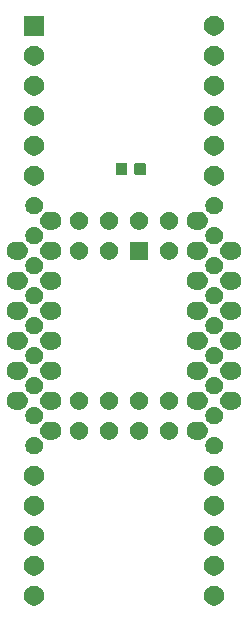
<source format=gbr>
G04 #@! TF.GenerationSoftware,KiCad,Pcbnew,(5.1.5)-3*
G04 #@! TF.CreationDate,2020-04-26T18:15:54+02:00*
G04 #@! TF.ProjectId,plcc44_adapter,706c6363-3434-45f6-9164-61707465722e,rev?*
G04 #@! TF.SameCoordinates,Original*
G04 #@! TF.FileFunction,Soldermask,Top*
G04 #@! TF.FilePolarity,Negative*
%FSLAX46Y46*%
G04 Gerber Fmt 4.6, Leading zero omitted, Abs format (unit mm)*
G04 Created by KiCad (PCBNEW (5.1.5)-3) date 2020-04-26 18:15:54*
%MOMM*%
%LPD*%
G04 APERTURE LIST*
%ADD10C,0.100000*%
G04 APERTURE END LIST*
D10*
G36*
X180647229Y-101340704D02*
G01*
X180802101Y-101404854D01*
X180941482Y-101497986D01*
X181060016Y-101616520D01*
X181153148Y-101755901D01*
X181217298Y-101910773D01*
X181250001Y-102075185D01*
X181250001Y-102242817D01*
X181217298Y-102407229D01*
X181153148Y-102562101D01*
X181060016Y-102701482D01*
X180941482Y-102820016D01*
X180802101Y-102913148D01*
X180647229Y-102977298D01*
X180482817Y-103010001D01*
X180315185Y-103010001D01*
X180150773Y-102977298D01*
X179995901Y-102913148D01*
X179856520Y-102820016D01*
X179737986Y-102701482D01*
X179644854Y-102562101D01*
X179580704Y-102407229D01*
X179548001Y-102242817D01*
X179548001Y-102075185D01*
X179580704Y-101910773D01*
X179644854Y-101755901D01*
X179737986Y-101616520D01*
X179856520Y-101497986D01*
X179995901Y-101404854D01*
X180150773Y-101340704D01*
X180315185Y-101308001D01*
X180482817Y-101308001D01*
X180647229Y-101340704D01*
G37*
G36*
X165407229Y-101340704D02*
G01*
X165562101Y-101404854D01*
X165701482Y-101497986D01*
X165820016Y-101616520D01*
X165913148Y-101755901D01*
X165977298Y-101910773D01*
X166010001Y-102075185D01*
X166010001Y-102242817D01*
X165977298Y-102407229D01*
X165913148Y-102562101D01*
X165820016Y-102701482D01*
X165701482Y-102820016D01*
X165562101Y-102913148D01*
X165407229Y-102977298D01*
X165242817Y-103010001D01*
X165075185Y-103010001D01*
X164910773Y-102977298D01*
X164755901Y-102913148D01*
X164616520Y-102820016D01*
X164497986Y-102701482D01*
X164404854Y-102562101D01*
X164340704Y-102407229D01*
X164308001Y-102242817D01*
X164308001Y-102075185D01*
X164340704Y-101910773D01*
X164404854Y-101755901D01*
X164497986Y-101616520D01*
X164616520Y-101497986D01*
X164755901Y-101404854D01*
X164910773Y-101340704D01*
X165075185Y-101308001D01*
X165242817Y-101308001D01*
X165407229Y-101340704D01*
G37*
G36*
X180647229Y-98800704D02*
G01*
X180802101Y-98864854D01*
X180941482Y-98957986D01*
X181060016Y-99076520D01*
X181153148Y-99215901D01*
X181217298Y-99370773D01*
X181250001Y-99535185D01*
X181250001Y-99702817D01*
X181217298Y-99867229D01*
X181153148Y-100022101D01*
X181060016Y-100161482D01*
X180941482Y-100280016D01*
X180802101Y-100373148D01*
X180647229Y-100437298D01*
X180482817Y-100470001D01*
X180315185Y-100470001D01*
X180150773Y-100437298D01*
X179995901Y-100373148D01*
X179856520Y-100280016D01*
X179737986Y-100161482D01*
X179644854Y-100022101D01*
X179580704Y-99867229D01*
X179548001Y-99702817D01*
X179548001Y-99535185D01*
X179580704Y-99370773D01*
X179644854Y-99215901D01*
X179737986Y-99076520D01*
X179856520Y-98957986D01*
X179995901Y-98864854D01*
X180150773Y-98800704D01*
X180315185Y-98768001D01*
X180482817Y-98768001D01*
X180647229Y-98800704D01*
G37*
G36*
X165407229Y-98800704D02*
G01*
X165562101Y-98864854D01*
X165701482Y-98957986D01*
X165820016Y-99076520D01*
X165913148Y-99215901D01*
X165977298Y-99370773D01*
X166010001Y-99535185D01*
X166010001Y-99702817D01*
X165977298Y-99867229D01*
X165913148Y-100022101D01*
X165820016Y-100161482D01*
X165701482Y-100280016D01*
X165562101Y-100373148D01*
X165407229Y-100437298D01*
X165242817Y-100470001D01*
X165075185Y-100470001D01*
X164910773Y-100437298D01*
X164755901Y-100373148D01*
X164616520Y-100280016D01*
X164497986Y-100161482D01*
X164404854Y-100022101D01*
X164340704Y-99867229D01*
X164308001Y-99702817D01*
X164308001Y-99535185D01*
X164340704Y-99370773D01*
X164404854Y-99215901D01*
X164497986Y-99076520D01*
X164616520Y-98957986D01*
X164755901Y-98864854D01*
X164910773Y-98800704D01*
X165075185Y-98768001D01*
X165242817Y-98768001D01*
X165407229Y-98800704D01*
G37*
G36*
X165407229Y-96260704D02*
G01*
X165562101Y-96324854D01*
X165701482Y-96417986D01*
X165820016Y-96536520D01*
X165913148Y-96675901D01*
X165977298Y-96830773D01*
X166010001Y-96995185D01*
X166010001Y-97162817D01*
X165977298Y-97327229D01*
X165913148Y-97482101D01*
X165820016Y-97621482D01*
X165701482Y-97740016D01*
X165562101Y-97833148D01*
X165407229Y-97897298D01*
X165242817Y-97930001D01*
X165075185Y-97930001D01*
X164910773Y-97897298D01*
X164755901Y-97833148D01*
X164616520Y-97740016D01*
X164497986Y-97621482D01*
X164404854Y-97482101D01*
X164340704Y-97327229D01*
X164308001Y-97162817D01*
X164308001Y-96995185D01*
X164340704Y-96830773D01*
X164404854Y-96675901D01*
X164497986Y-96536520D01*
X164616520Y-96417986D01*
X164755901Y-96324854D01*
X164910773Y-96260704D01*
X165075185Y-96228001D01*
X165242817Y-96228001D01*
X165407229Y-96260704D01*
G37*
G36*
X180647229Y-96260704D02*
G01*
X180802101Y-96324854D01*
X180941482Y-96417986D01*
X181060016Y-96536520D01*
X181153148Y-96675901D01*
X181217298Y-96830773D01*
X181250001Y-96995185D01*
X181250001Y-97162817D01*
X181217298Y-97327229D01*
X181153148Y-97482101D01*
X181060016Y-97621482D01*
X180941482Y-97740016D01*
X180802101Y-97833148D01*
X180647229Y-97897298D01*
X180482817Y-97930001D01*
X180315185Y-97930001D01*
X180150773Y-97897298D01*
X179995901Y-97833148D01*
X179856520Y-97740016D01*
X179737986Y-97621482D01*
X179644854Y-97482101D01*
X179580704Y-97327229D01*
X179548001Y-97162817D01*
X179548001Y-96995185D01*
X179580704Y-96830773D01*
X179644854Y-96675901D01*
X179737986Y-96536520D01*
X179856520Y-96417986D01*
X179995901Y-96324854D01*
X180150773Y-96260704D01*
X180315185Y-96228001D01*
X180482817Y-96228001D01*
X180647229Y-96260704D01*
G37*
G36*
X180647229Y-93720704D02*
G01*
X180802101Y-93784854D01*
X180941482Y-93877986D01*
X181060016Y-93996520D01*
X181153148Y-94135901D01*
X181217298Y-94290773D01*
X181250001Y-94455185D01*
X181250001Y-94622817D01*
X181217298Y-94787229D01*
X181153148Y-94942101D01*
X181060016Y-95081482D01*
X180941482Y-95200016D01*
X180802101Y-95293148D01*
X180647229Y-95357298D01*
X180482817Y-95390001D01*
X180315185Y-95390001D01*
X180150773Y-95357298D01*
X179995901Y-95293148D01*
X179856520Y-95200016D01*
X179737986Y-95081482D01*
X179644854Y-94942101D01*
X179580704Y-94787229D01*
X179548001Y-94622817D01*
X179548001Y-94455185D01*
X179580704Y-94290773D01*
X179644854Y-94135901D01*
X179737986Y-93996520D01*
X179856520Y-93877986D01*
X179995901Y-93784854D01*
X180150773Y-93720704D01*
X180315185Y-93688001D01*
X180482817Y-93688001D01*
X180647229Y-93720704D01*
G37*
G36*
X165407229Y-93720704D02*
G01*
X165562101Y-93784854D01*
X165701482Y-93877986D01*
X165820016Y-93996520D01*
X165913148Y-94135901D01*
X165977298Y-94290773D01*
X166010001Y-94455185D01*
X166010001Y-94622817D01*
X165977298Y-94787229D01*
X165913148Y-94942101D01*
X165820016Y-95081482D01*
X165701482Y-95200016D01*
X165562101Y-95293148D01*
X165407229Y-95357298D01*
X165242817Y-95390001D01*
X165075185Y-95390001D01*
X164910773Y-95357298D01*
X164755901Y-95293148D01*
X164616520Y-95200016D01*
X164497986Y-95081482D01*
X164404854Y-94942101D01*
X164340704Y-94787229D01*
X164308001Y-94622817D01*
X164308001Y-94455185D01*
X164340704Y-94290773D01*
X164404854Y-94135901D01*
X164497986Y-93996520D01*
X164616520Y-93877986D01*
X164755901Y-93784854D01*
X164910773Y-93720704D01*
X165075185Y-93688001D01*
X165242817Y-93688001D01*
X165407229Y-93720704D01*
G37*
G36*
X180647229Y-91180704D02*
G01*
X180802101Y-91244854D01*
X180941482Y-91337986D01*
X181060016Y-91456520D01*
X181153148Y-91595901D01*
X181217298Y-91750773D01*
X181250001Y-91915185D01*
X181250001Y-92082817D01*
X181217298Y-92247229D01*
X181153148Y-92402101D01*
X181060016Y-92541482D01*
X180941482Y-92660016D01*
X180802101Y-92753148D01*
X180647229Y-92817298D01*
X180482817Y-92850001D01*
X180315185Y-92850001D01*
X180150773Y-92817298D01*
X179995901Y-92753148D01*
X179856520Y-92660016D01*
X179737986Y-92541482D01*
X179644854Y-92402101D01*
X179580704Y-92247229D01*
X179548001Y-92082817D01*
X179548001Y-91915185D01*
X179580704Y-91750773D01*
X179644854Y-91595901D01*
X179737986Y-91456520D01*
X179856520Y-91337986D01*
X179995901Y-91244854D01*
X180150773Y-91180704D01*
X180315185Y-91148001D01*
X180482817Y-91148001D01*
X180647229Y-91180704D01*
G37*
G36*
X165407229Y-91180704D02*
G01*
X165562101Y-91244854D01*
X165701482Y-91337986D01*
X165820016Y-91456520D01*
X165913148Y-91595901D01*
X165977298Y-91750773D01*
X166010001Y-91915185D01*
X166010001Y-92082817D01*
X165977298Y-92247229D01*
X165913148Y-92402101D01*
X165820016Y-92541482D01*
X165701482Y-92660016D01*
X165562101Y-92753148D01*
X165407229Y-92817298D01*
X165242817Y-92850001D01*
X165075185Y-92850001D01*
X164910773Y-92817298D01*
X164755901Y-92753148D01*
X164616520Y-92660016D01*
X164497986Y-92541482D01*
X164404854Y-92402101D01*
X164340704Y-92247229D01*
X164308001Y-92082817D01*
X164308001Y-91915185D01*
X164340704Y-91750773D01*
X164404854Y-91595901D01*
X164497986Y-91456520D01*
X164616520Y-91337986D01*
X164755901Y-91244854D01*
X164910773Y-91180704D01*
X165075185Y-91148001D01*
X165242817Y-91148001D01*
X165407229Y-91180704D01*
G37*
G36*
X165345397Y-88730364D02*
G01*
X165378060Y-88736861D01*
X165514733Y-88793473D01*
X165637736Y-88875661D01*
X165742341Y-88980266D01*
X165824529Y-89103269D01*
X165881141Y-89239942D01*
X165910001Y-89385034D01*
X165910001Y-89532968D01*
X165881141Y-89678060D01*
X165824529Y-89814733D01*
X165742341Y-89937736D01*
X165637736Y-90042341D01*
X165514733Y-90124529D01*
X165514732Y-90124530D01*
X165514731Y-90124530D01*
X165378060Y-90181141D01*
X165232969Y-90210001D01*
X165085033Y-90210001D01*
X164939942Y-90181141D01*
X164803271Y-90124530D01*
X164803270Y-90124530D01*
X164803269Y-90124529D01*
X164680266Y-90042341D01*
X164575661Y-89937736D01*
X164493473Y-89814733D01*
X164436861Y-89678060D01*
X164408001Y-89532968D01*
X164408001Y-89385034D01*
X164436861Y-89239942D01*
X164493473Y-89103269D01*
X164575661Y-88980266D01*
X164680266Y-88875661D01*
X164803269Y-88793473D01*
X164939942Y-88736861D01*
X164972605Y-88730364D01*
X165085033Y-88708001D01*
X165232969Y-88708001D01*
X165345397Y-88730364D01*
G37*
G36*
X180585397Y-88730364D02*
G01*
X180618060Y-88736861D01*
X180754733Y-88793473D01*
X180877736Y-88875661D01*
X180982341Y-88980266D01*
X181064529Y-89103269D01*
X181121141Y-89239942D01*
X181150001Y-89385034D01*
X181150001Y-89532968D01*
X181121141Y-89678060D01*
X181064529Y-89814733D01*
X180982341Y-89937736D01*
X180877736Y-90042341D01*
X180754733Y-90124529D01*
X180754732Y-90124530D01*
X180754731Y-90124530D01*
X180618060Y-90181141D01*
X180472969Y-90210001D01*
X180325033Y-90210001D01*
X180179942Y-90181141D01*
X180043271Y-90124530D01*
X180043270Y-90124530D01*
X180043269Y-90124529D01*
X179920266Y-90042341D01*
X179815661Y-89937736D01*
X179733473Y-89814733D01*
X179676861Y-89678060D01*
X179648001Y-89532968D01*
X179648001Y-89385034D01*
X179676861Y-89239942D01*
X179733473Y-89103269D01*
X179815661Y-88980266D01*
X179920266Y-88875661D01*
X180043269Y-88793473D01*
X180179942Y-88736861D01*
X180212605Y-88730364D01*
X180325033Y-88708001D01*
X180472969Y-88708001D01*
X180585397Y-88730364D01*
G37*
G36*
X176803125Y-87455890D02*
G01*
X176941838Y-87513347D01*
X177066672Y-87596758D01*
X177172842Y-87702928D01*
X177256253Y-87827762D01*
X177313710Y-87966475D01*
X177343000Y-88113729D01*
X177343000Y-88263871D01*
X177313710Y-88411125D01*
X177256253Y-88549838D01*
X177172842Y-88674672D01*
X177066672Y-88780842D01*
X176941838Y-88864253D01*
X176803125Y-88921710D01*
X176655871Y-88951000D01*
X176505729Y-88951000D01*
X176358475Y-88921710D01*
X176219762Y-88864253D01*
X176094928Y-88780842D01*
X175988758Y-88674672D01*
X175905347Y-88549838D01*
X175847890Y-88411125D01*
X175818600Y-88263871D01*
X175818600Y-88113729D01*
X175847890Y-87966475D01*
X175905347Y-87827762D01*
X175988758Y-87702928D01*
X176094928Y-87596758D01*
X176219762Y-87513347D01*
X176358475Y-87455890D01*
X176505729Y-87426600D01*
X176655871Y-87426600D01*
X176803125Y-87455890D01*
G37*
G36*
X169183125Y-87455890D02*
G01*
X169321838Y-87513347D01*
X169446672Y-87596758D01*
X169552842Y-87702928D01*
X169636253Y-87827762D01*
X169693710Y-87966475D01*
X169723000Y-88113729D01*
X169723000Y-88263871D01*
X169693710Y-88411125D01*
X169636253Y-88549838D01*
X169552842Y-88674672D01*
X169446672Y-88780842D01*
X169321838Y-88864253D01*
X169183125Y-88921710D01*
X169035871Y-88951000D01*
X168885729Y-88951000D01*
X168738475Y-88921710D01*
X168599762Y-88864253D01*
X168474928Y-88780842D01*
X168368758Y-88674672D01*
X168285347Y-88549838D01*
X168227890Y-88411125D01*
X168198600Y-88263871D01*
X168198600Y-88113729D01*
X168227890Y-87966475D01*
X168285347Y-87827762D01*
X168368758Y-87702928D01*
X168474928Y-87596758D01*
X168599762Y-87513347D01*
X168738475Y-87455890D01*
X168885729Y-87426600D01*
X169035871Y-87426600D01*
X169183125Y-87455890D01*
G37*
G36*
X171723125Y-87455890D02*
G01*
X171861838Y-87513347D01*
X171986672Y-87596758D01*
X172092842Y-87702928D01*
X172176253Y-87827762D01*
X172233710Y-87966475D01*
X172263000Y-88113729D01*
X172263000Y-88263871D01*
X172233710Y-88411125D01*
X172176253Y-88549838D01*
X172092842Y-88674672D01*
X171986672Y-88780842D01*
X171861838Y-88864253D01*
X171723125Y-88921710D01*
X171575871Y-88951000D01*
X171425729Y-88951000D01*
X171278475Y-88921710D01*
X171139762Y-88864253D01*
X171014928Y-88780842D01*
X170908758Y-88674672D01*
X170825347Y-88549838D01*
X170767890Y-88411125D01*
X170738600Y-88263871D01*
X170738600Y-88113729D01*
X170767890Y-87966475D01*
X170825347Y-87827762D01*
X170908758Y-87702928D01*
X171014928Y-87596758D01*
X171139762Y-87513347D01*
X171278475Y-87455890D01*
X171425729Y-87426600D01*
X171575871Y-87426600D01*
X171723125Y-87455890D01*
G37*
G36*
X174263125Y-87455890D02*
G01*
X174401838Y-87513347D01*
X174526672Y-87596758D01*
X174632842Y-87702928D01*
X174716253Y-87827762D01*
X174773710Y-87966475D01*
X174803000Y-88113729D01*
X174803000Y-88263871D01*
X174773710Y-88411125D01*
X174716253Y-88549838D01*
X174632842Y-88674672D01*
X174526672Y-88780842D01*
X174401838Y-88864253D01*
X174263125Y-88921710D01*
X174115871Y-88951000D01*
X173965729Y-88951000D01*
X173818475Y-88921710D01*
X173679762Y-88864253D01*
X173554928Y-88780842D01*
X173448758Y-88674672D01*
X173365347Y-88549838D01*
X173307890Y-88411125D01*
X173278600Y-88263871D01*
X173278600Y-88113729D01*
X173307890Y-87966475D01*
X173365347Y-87827762D01*
X173448758Y-87702928D01*
X173554928Y-87596758D01*
X173679762Y-87513347D01*
X173818475Y-87455890D01*
X173965729Y-87426600D01*
X174115871Y-87426600D01*
X174263125Y-87455890D01*
G37*
G36*
X179203026Y-87432114D02*
G01*
X179259017Y-87437629D01*
X179365308Y-87469872D01*
X179402696Y-87481214D01*
X179535103Y-87551987D01*
X179651164Y-87647236D01*
X179746413Y-87763297D01*
X179817186Y-87895704D01*
X179817187Y-87895708D01*
X179860771Y-88039383D01*
X179875487Y-88188800D01*
X179860771Y-88338217D01*
X179838654Y-88411125D01*
X179817186Y-88481896D01*
X179746413Y-88614303D01*
X179651164Y-88730364D01*
X179535103Y-88825613D01*
X179402696Y-88896386D01*
X179365308Y-88907728D01*
X179259017Y-88939971D01*
X179203026Y-88945486D01*
X179147037Y-88951000D01*
X178794563Y-88951000D01*
X178738574Y-88945485D01*
X178682583Y-88939971D01*
X178576292Y-88907728D01*
X178538904Y-88896386D01*
X178406497Y-88825613D01*
X178290436Y-88730364D01*
X178195187Y-88614303D01*
X178124414Y-88481896D01*
X178102946Y-88411125D01*
X178080829Y-88338217D01*
X178066113Y-88188800D01*
X178080829Y-88039383D01*
X178124413Y-87895708D01*
X178124414Y-87895704D01*
X178195187Y-87763297D01*
X178290436Y-87647236D01*
X178406497Y-87551987D01*
X178538904Y-87481214D01*
X178576292Y-87469872D01*
X178682583Y-87437629D01*
X178738574Y-87432114D01*
X178794563Y-87426600D01*
X179147037Y-87426600D01*
X179203026Y-87432114D01*
G37*
G36*
X166803026Y-87432114D02*
G01*
X166859017Y-87437629D01*
X166965308Y-87469872D01*
X167002696Y-87481214D01*
X167135103Y-87551987D01*
X167251164Y-87647236D01*
X167346413Y-87763297D01*
X167417186Y-87895704D01*
X167417187Y-87895708D01*
X167460771Y-88039383D01*
X167475487Y-88188800D01*
X167460771Y-88338217D01*
X167438654Y-88411125D01*
X167417186Y-88481896D01*
X167346413Y-88614303D01*
X167251164Y-88730364D01*
X167135103Y-88825613D01*
X167002696Y-88896386D01*
X166965308Y-88907728D01*
X166859017Y-88939971D01*
X166803026Y-88945485D01*
X166747037Y-88951000D01*
X166394563Y-88951000D01*
X166338574Y-88945485D01*
X166282583Y-88939971D01*
X166176292Y-88907728D01*
X166138904Y-88896386D01*
X166006497Y-88825613D01*
X165890436Y-88730364D01*
X165795187Y-88614303D01*
X165724414Y-88481896D01*
X165702946Y-88411125D01*
X165680829Y-88338217D01*
X165666113Y-88188800D01*
X165680829Y-88039383D01*
X165724413Y-87895708D01*
X165724414Y-87895704D01*
X165795187Y-87763297D01*
X165890436Y-87647236D01*
X166006497Y-87551987D01*
X166138904Y-87481214D01*
X166176292Y-87469872D01*
X166282583Y-87437629D01*
X166338574Y-87432114D01*
X166394563Y-87426600D01*
X166747037Y-87426600D01*
X166803026Y-87432114D01*
G37*
G36*
X180585397Y-86190364D02*
G01*
X180618060Y-86196861D01*
X180754733Y-86253473D01*
X180877736Y-86335661D01*
X180982341Y-86440266D01*
X181064529Y-86563269D01*
X181121141Y-86699942D01*
X181150001Y-86845034D01*
X181150001Y-86992968D01*
X181121141Y-87138060D01*
X181064529Y-87274733D01*
X180982341Y-87397736D01*
X180877736Y-87502341D01*
X180754733Y-87584529D01*
X180754732Y-87584530D01*
X180754731Y-87584530D01*
X180618060Y-87641141D01*
X180472969Y-87670001D01*
X180325033Y-87670001D01*
X180179942Y-87641141D01*
X180043271Y-87584530D01*
X180043270Y-87584530D01*
X180043269Y-87584529D01*
X179920266Y-87502341D01*
X179815661Y-87397736D01*
X179733473Y-87274733D01*
X179676861Y-87138060D01*
X179648001Y-86992968D01*
X179648001Y-86845034D01*
X179676861Y-86699942D01*
X179733473Y-86563269D01*
X179815661Y-86440266D01*
X179920266Y-86335661D01*
X180043269Y-86253473D01*
X180179942Y-86196861D01*
X180212605Y-86190364D01*
X180325033Y-86168001D01*
X180472969Y-86168001D01*
X180585397Y-86190364D01*
G37*
G36*
X165345397Y-86190364D02*
G01*
X165378060Y-86196861D01*
X165514733Y-86253473D01*
X165637736Y-86335661D01*
X165742341Y-86440266D01*
X165824529Y-86563269D01*
X165881141Y-86699942D01*
X165910001Y-86845034D01*
X165910001Y-86992968D01*
X165881141Y-87138060D01*
X165824529Y-87274733D01*
X165742341Y-87397736D01*
X165637736Y-87502341D01*
X165514733Y-87584529D01*
X165514732Y-87584530D01*
X165514731Y-87584530D01*
X165378060Y-87641141D01*
X165232969Y-87670001D01*
X165085033Y-87670001D01*
X164939942Y-87641141D01*
X164803271Y-87584530D01*
X164803270Y-87584530D01*
X164803269Y-87584529D01*
X164680266Y-87502341D01*
X164575661Y-87397736D01*
X164493473Y-87274733D01*
X164436861Y-87138060D01*
X164408001Y-86992968D01*
X164408001Y-86845034D01*
X164436861Y-86699942D01*
X164493473Y-86563269D01*
X164575661Y-86440266D01*
X164680266Y-86335661D01*
X164803269Y-86253473D01*
X164939942Y-86196861D01*
X164972605Y-86190364D01*
X165085033Y-86168001D01*
X165232969Y-86168001D01*
X165345397Y-86190364D01*
G37*
G36*
X176803125Y-84915890D02*
G01*
X176941838Y-84973347D01*
X177066672Y-85056758D01*
X177172842Y-85162928D01*
X177256253Y-85287762D01*
X177313710Y-85426475D01*
X177343000Y-85573729D01*
X177343000Y-85723871D01*
X177313710Y-85871125D01*
X177256253Y-86009838D01*
X177172842Y-86134672D01*
X177066672Y-86240842D01*
X176941838Y-86324253D01*
X176803125Y-86381710D01*
X176655871Y-86411000D01*
X176505729Y-86411000D01*
X176358475Y-86381710D01*
X176219762Y-86324253D01*
X176094928Y-86240842D01*
X175988758Y-86134672D01*
X175905347Y-86009838D01*
X175847890Y-85871125D01*
X175818600Y-85723871D01*
X175818600Y-85573729D01*
X175847890Y-85426475D01*
X175905347Y-85287762D01*
X175988758Y-85162928D01*
X176094928Y-85056758D01*
X176219762Y-84973347D01*
X176358475Y-84915890D01*
X176505729Y-84886600D01*
X176655871Y-84886600D01*
X176803125Y-84915890D01*
G37*
G36*
X182043026Y-84892114D02*
G01*
X182099017Y-84897629D01*
X182205308Y-84929872D01*
X182242696Y-84941214D01*
X182375103Y-85011987D01*
X182491164Y-85107236D01*
X182586413Y-85223297D01*
X182657186Y-85355704D01*
X182657187Y-85355708D01*
X182700771Y-85499383D01*
X182715487Y-85648800D01*
X182700771Y-85798217D01*
X182678654Y-85871125D01*
X182657186Y-85941896D01*
X182586413Y-86074303D01*
X182491164Y-86190364D01*
X182375103Y-86285613D01*
X182242696Y-86356386D01*
X182205308Y-86367728D01*
X182099017Y-86399971D01*
X182043026Y-86405485D01*
X181987037Y-86411000D01*
X181634563Y-86411000D01*
X181578574Y-86405485D01*
X181522583Y-86399971D01*
X181416292Y-86367728D01*
X181378904Y-86356386D01*
X181246497Y-86285613D01*
X181130436Y-86190364D01*
X181035187Y-86074303D01*
X180964414Y-85941896D01*
X180942946Y-85871125D01*
X180920829Y-85798217D01*
X180906113Y-85648800D01*
X180920829Y-85499383D01*
X180964413Y-85355708D01*
X180964414Y-85355704D01*
X181035187Y-85223297D01*
X181130436Y-85107236D01*
X181246497Y-85011987D01*
X181378904Y-84941214D01*
X181416292Y-84929872D01*
X181522583Y-84897629D01*
X181578574Y-84892114D01*
X181634563Y-84886600D01*
X181987037Y-84886600D01*
X182043026Y-84892114D01*
G37*
G36*
X171723125Y-84915890D02*
G01*
X171861838Y-84973347D01*
X171986672Y-85056758D01*
X172092842Y-85162928D01*
X172176253Y-85287762D01*
X172233710Y-85426475D01*
X172263000Y-85573729D01*
X172263000Y-85723871D01*
X172233710Y-85871125D01*
X172176253Y-86009838D01*
X172092842Y-86134672D01*
X171986672Y-86240842D01*
X171861838Y-86324253D01*
X171723125Y-86381710D01*
X171575871Y-86411000D01*
X171425729Y-86411000D01*
X171278475Y-86381710D01*
X171139762Y-86324253D01*
X171014928Y-86240842D01*
X170908758Y-86134672D01*
X170825347Y-86009838D01*
X170767890Y-85871125D01*
X170738600Y-85723871D01*
X170738600Y-85573729D01*
X170767890Y-85426475D01*
X170825347Y-85287762D01*
X170908758Y-85162928D01*
X171014928Y-85056758D01*
X171139762Y-84973347D01*
X171278475Y-84915890D01*
X171425729Y-84886600D01*
X171575871Y-84886600D01*
X171723125Y-84915890D01*
G37*
G36*
X166803026Y-84892114D02*
G01*
X166859017Y-84897629D01*
X166965308Y-84929872D01*
X167002696Y-84941214D01*
X167135103Y-85011987D01*
X167251164Y-85107236D01*
X167346413Y-85223297D01*
X167417186Y-85355704D01*
X167417187Y-85355708D01*
X167460771Y-85499383D01*
X167475487Y-85648800D01*
X167460771Y-85798217D01*
X167438654Y-85871125D01*
X167417186Y-85941896D01*
X167346413Y-86074303D01*
X167251164Y-86190364D01*
X167135103Y-86285613D01*
X167002696Y-86356386D01*
X166965308Y-86367728D01*
X166859017Y-86399971D01*
X166803026Y-86405485D01*
X166747037Y-86411000D01*
X166394563Y-86411000D01*
X166338574Y-86405485D01*
X166282583Y-86399971D01*
X166176292Y-86367728D01*
X166138904Y-86356386D01*
X166006497Y-86285613D01*
X165890436Y-86190364D01*
X165795187Y-86074303D01*
X165724414Y-85941896D01*
X165702946Y-85871125D01*
X165680829Y-85798217D01*
X165666113Y-85648800D01*
X165680829Y-85499383D01*
X165724413Y-85355708D01*
X165724414Y-85355704D01*
X165795187Y-85223297D01*
X165890436Y-85107236D01*
X166006497Y-85011987D01*
X166138904Y-84941214D01*
X166176292Y-84929872D01*
X166282583Y-84897629D01*
X166338574Y-84892114D01*
X166394563Y-84886600D01*
X166747037Y-84886600D01*
X166803026Y-84892114D01*
G37*
G36*
X163963026Y-84892114D02*
G01*
X164019017Y-84897629D01*
X164125308Y-84929872D01*
X164162696Y-84941214D01*
X164295103Y-85011987D01*
X164411164Y-85107236D01*
X164506413Y-85223297D01*
X164577186Y-85355704D01*
X164577187Y-85355708D01*
X164620771Y-85499383D01*
X164635487Y-85648800D01*
X164620771Y-85798217D01*
X164598654Y-85871125D01*
X164577186Y-85941896D01*
X164506413Y-86074303D01*
X164411164Y-86190364D01*
X164295103Y-86285613D01*
X164162696Y-86356386D01*
X164125308Y-86367728D01*
X164019017Y-86399971D01*
X163963026Y-86405485D01*
X163907037Y-86411000D01*
X163554563Y-86411000D01*
X163498574Y-86405485D01*
X163442583Y-86399971D01*
X163336292Y-86367728D01*
X163298904Y-86356386D01*
X163166497Y-86285613D01*
X163050436Y-86190364D01*
X162955187Y-86074303D01*
X162884414Y-85941896D01*
X162862946Y-85871125D01*
X162840829Y-85798217D01*
X162826113Y-85648800D01*
X162840829Y-85499383D01*
X162884413Y-85355708D01*
X162884414Y-85355704D01*
X162955187Y-85223297D01*
X163050436Y-85107236D01*
X163166497Y-85011987D01*
X163298904Y-84941214D01*
X163336292Y-84929872D01*
X163442583Y-84897629D01*
X163498574Y-84892114D01*
X163554563Y-84886600D01*
X163907037Y-84886600D01*
X163963026Y-84892114D01*
G37*
G36*
X179203026Y-84892114D02*
G01*
X179259017Y-84897629D01*
X179365308Y-84929872D01*
X179402696Y-84941214D01*
X179535103Y-85011987D01*
X179651164Y-85107236D01*
X179746413Y-85223297D01*
X179817186Y-85355704D01*
X179817187Y-85355708D01*
X179860771Y-85499383D01*
X179875487Y-85648800D01*
X179860771Y-85798217D01*
X179838654Y-85871125D01*
X179817186Y-85941896D01*
X179746413Y-86074303D01*
X179651164Y-86190364D01*
X179535103Y-86285613D01*
X179402696Y-86356386D01*
X179365308Y-86367728D01*
X179259017Y-86399971D01*
X179203026Y-86405485D01*
X179147037Y-86411000D01*
X178794563Y-86411000D01*
X178738574Y-86405485D01*
X178682583Y-86399971D01*
X178576292Y-86367728D01*
X178538904Y-86356386D01*
X178406497Y-86285613D01*
X178290436Y-86190364D01*
X178195187Y-86074303D01*
X178124414Y-85941896D01*
X178102946Y-85871125D01*
X178080829Y-85798217D01*
X178066113Y-85648800D01*
X178080829Y-85499383D01*
X178124413Y-85355708D01*
X178124414Y-85355704D01*
X178195187Y-85223297D01*
X178290436Y-85107236D01*
X178406497Y-85011987D01*
X178538904Y-84941214D01*
X178576292Y-84929872D01*
X178682583Y-84897629D01*
X178738574Y-84892114D01*
X178794563Y-84886600D01*
X179147037Y-84886600D01*
X179203026Y-84892114D01*
G37*
G36*
X174263125Y-84915890D02*
G01*
X174401838Y-84973347D01*
X174526672Y-85056758D01*
X174632842Y-85162928D01*
X174716253Y-85287762D01*
X174773710Y-85426475D01*
X174803000Y-85573729D01*
X174803000Y-85723871D01*
X174773710Y-85871125D01*
X174716253Y-86009838D01*
X174632842Y-86134672D01*
X174526672Y-86240842D01*
X174401838Y-86324253D01*
X174263125Y-86381710D01*
X174115871Y-86411000D01*
X173965729Y-86411000D01*
X173818475Y-86381710D01*
X173679762Y-86324253D01*
X173554928Y-86240842D01*
X173448758Y-86134672D01*
X173365347Y-86009838D01*
X173307890Y-85871125D01*
X173278600Y-85723871D01*
X173278600Y-85573729D01*
X173307890Y-85426475D01*
X173365347Y-85287762D01*
X173448758Y-85162928D01*
X173554928Y-85056758D01*
X173679762Y-84973347D01*
X173818475Y-84915890D01*
X173965729Y-84886600D01*
X174115871Y-84886600D01*
X174263125Y-84915890D01*
G37*
G36*
X169183125Y-84915890D02*
G01*
X169321838Y-84973347D01*
X169446672Y-85056758D01*
X169552842Y-85162928D01*
X169636253Y-85287762D01*
X169693710Y-85426475D01*
X169723000Y-85573729D01*
X169723000Y-85723871D01*
X169693710Y-85871125D01*
X169636253Y-86009838D01*
X169552842Y-86134672D01*
X169446672Y-86240842D01*
X169321838Y-86324253D01*
X169183125Y-86381710D01*
X169035871Y-86411000D01*
X168885729Y-86411000D01*
X168738475Y-86381710D01*
X168599762Y-86324253D01*
X168474928Y-86240842D01*
X168368758Y-86134672D01*
X168285347Y-86009838D01*
X168227890Y-85871125D01*
X168198600Y-85723871D01*
X168198600Y-85573729D01*
X168227890Y-85426475D01*
X168285347Y-85287762D01*
X168368758Y-85162928D01*
X168474928Y-85056758D01*
X168599762Y-84973347D01*
X168738475Y-84915890D01*
X168885729Y-84886600D01*
X169035871Y-84886600D01*
X169183125Y-84915890D01*
G37*
G36*
X180585397Y-83650364D02*
G01*
X180618060Y-83656861D01*
X180754733Y-83713473D01*
X180877736Y-83795661D01*
X180982341Y-83900266D01*
X181064529Y-84023269D01*
X181121141Y-84159942D01*
X181150001Y-84305034D01*
X181150001Y-84452968D01*
X181121141Y-84598060D01*
X181064529Y-84734733D01*
X180982341Y-84857736D01*
X180877736Y-84962341D01*
X180754733Y-85044529D01*
X180754732Y-85044530D01*
X180754731Y-85044530D01*
X180618060Y-85101141D01*
X180472969Y-85130001D01*
X180325033Y-85130001D01*
X180179942Y-85101141D01*
X180043271Y-85044530D01*
X180043270Y-85044530D01*
X180043269Y-85044529D01*
X179920266Y-84962341D01*
X179815661Y-84857736D01*
X179733473Y-84734733D01*
X179676861Y-84598060D01*
X179648001Y-84452968D01*
X179648001Y-84305034D01*
X179676861Y-84159942D01*
X179733473Y-84023269D01*
X179815661Y-83900266D01*
X179920266Y-83795661D01*
X180043269Y-83713473D01*
X180179942Y-83656861D01*
X180212605Y-83650364D01*
X180325033Y-83628001D01*
X180472969Y-83628001D01*
X180585397Y-83650364D01*
G37*
G36*
X165345397Y-83650364D02*
G01*
X165378060Y-83656861D01*
X165514733Y-83713473D01*
X165637736Y-83795661D01*
X165742341Y-83900266D01*
X165824529Y-84023269D01*
X165881141Y-84159942D01*
X165910001Y-84305034D01*
X165910001Y-84452968D01*
X165881141Y-84598060D01*
X165824529Y-84734733D01*
X165742341Y-84857736D01*
X165637736Y-84962341D01*
X165514733Y-85044529D01*
X165514732Y-85044530D01*
X165514731Y-85044530D01*
X165378060Y-85101141D01*
X165232969Y-85130001D01*
X165085033Y-85130001D01*
X164939942Y-85101141D01*
X164803271Y-85044530D01*
X164803270Y-85044530D01*
X164803269Y-85044529D01*
X164680266Y-84962341D01*
X164575661Y-84857736D01*
X164493473Y-84734733D01*
X164436861Y-84598060D01*
X164408001Y-84452968D01*
X164408001Y-84305034D01*
X164436861Y-84159942D01*
X164493473Y-84023269D01*
X164575661Y-83900266D01*
X164680266Y-83795661D01*
X164803269Y-83713473D01*
X164939942Y-83656861D01*
X164972605Y-83650364D01*
X165085033Y-83628001D01*
X165232969Y-83628001D01*
X165345397Y-83650364D01*
G37*
G36*
X166803026Y-82352115D02*
G01*
X166859017Y-82357629D01*
X166965308Y-82389872D01*
X167002696Y-82401214D01*
X167135103Y-82471987D01*
X167251164Y-82567236D01*
X167346413Y-82683297D01*
X167417186Y-82815704D01*
X167417187Y-82815708D01*
X167460771Y-82959383D01*
X167475487Y-83108800D01*
X167460771Y-83258217D01*
X167428528Y-83364508D01*
X167417186Y-83401896D01*
X167346413Y-83534303D01*
X167251164Y-83650364D01*
X167135103Y-83745613D01*
X167002696Y-83816386D01*
X166965308Y-83827728D01*
X166859017Y-83859971D01*
X166803026Y-83865485D01*
X166747037Y-83871000D01*
X166394563Y-83871000D01*
X166338574Y-83865485D01*
X166282583Y-83859971D01*
X166176292Y-83827728D01*
X166138904Y-83816386D01*
X166006497Y-83745613D01*
X165890436Y-83650364D01*
X165795187Y-83534303D01*
X165724414Y-83401896D01*
X165713072Y-83364508D01*
X165680829Y-83258217D01*
X165666113Y-83108800D01*
X165680829Y-82959383D01*
X165724413Y-82815708D01*
X165724414Y-82815704D01*
X165795187Y-82683297D01*
X165890436Y-82567236D01*
X166006497Y-82471987D01*
X166138904Y-82401214D01*
X166176292Y-82389872D01*
X166282583Y-82357629D01*
X166338574Y-82352115D01*
X166394563Y-82346600D01*
X166747037Y-82346600D01*
X166803026Y-82352115D01*
G37*
G36*
X163963026Y-82352115D02*
G01*
X164019017Y-82357629D01*
X164125308Y-82389872D01*
X164162696Y-82401214D01*
X164295103Y-82471987D01*
X164411164Y-82567236D01*
X164506413Y-82683297D01*
X164577186Y-82815704D01*
X164577187Y-82815708D01*
X164620771Y-82959383D01*
X164635487Y-83108800D01*
X164620771Y-83258217D01*
X164588528Y-83364508D01*
X164577186Y-83401896D01*
X164506413Y-83534303D01*
X164411164Y-83650364D01*
X164295103Y-83745613D01*
X164162696Y-83816386D01*
X164125308Y-83827728D01*
X164019017Y-83859971D01*
X163963026Y-83865485D01*
X163907037Y-83871000D01*
X163554563Y-83871000D01*
X163498574Y-83865485D01*
X163442583Y-83859971D01*
X163336292Y-83827728D01*
X163298904Y-83816386D01*
X163166497Y-83745613D01*
X163050436Y-83650364D01*
X162955187Y-83534303D01*
X162884414Y-83401896D01*
X162873072Y-83364508D01*
X162840829Y-83258217D01*
X162826113Y-83108800D01*
X162840829Y-82959383D01*
X162884413Y-82815708D01*
X162884414Y-82815704D01*
X162955187Y-82683297D01*
X163050436Y-82567236D01*
X163166497Y-82471987D01*
X163298904Y-82401214D01*
X163336292Y-82389872D01*
X163442583Y-82357629D01*
X163498574Y-82352115D01*
X163554563Y-82346600D01*
X163907037Y-82346600D01*
X163963026Y-82352115D01*
G37*
G36*
X179203026Y-82352115D02*
G01*
X179259017Y-82357629D01*
X179365308Y-82389872D01*
X179402696Y-82401214D01*
X179535103Y-82471987D01*
X179651164Y-82567236D01*
X179746413Y-82683297D01*
X179817186Y-82815704D01*
X179817187Y-82815708D01*
X179860771Y-82959383D01*
X179875487Y-83108800D01*
X179860771Y-83258217D01*
X179828528Y-83364508D01*
X179817186Y-83401896D01*
X179746413Y-83534303D01*
X179651164Y-83650364D01*
X179535103Y-83745613D01*
X179402696Y-83816386D01*
X179365308Y-83827728D01*
X179259017Y-83859971D01*
X179203026Y-83865485D01*
X179147037Y-83871000D01*
X178794563Y-83871000D01*
X178738574Y-83865485D01*
X178682583Y-83859971D01*
X178576292Y-83827728D01*
X178538904Y-83816386D01*
X178406497Y-83745613D01*
X178290436Y-83650364D01*
X178195187Y-83534303D01*
X178124414Y-83401896D01*
X178113072Y-83364508D01*
X178080829Y-83258217D01*
X178066113Y-83108800D01*
X178080829Y-82959383D01*
X178124413Y-82815708D01*
X178124414Y-82815704D01*
X178195187Y-82683297D01*
X178290436Y-82567236D01*
X178406497Y-82471987D01*
X178538904Y-82401214D01*
X178576292Y-82389872D01*
X178682583Y-82357629D01*
X178738574Y-82352115D01*
X178794563Y-82346600D01*
X179147037Y-82346600D01*
X179203026Y-82352115D01*
G37*
G36*
X182043026Y-82352115D02*
G01*
X182099017Y-82357629D01*
X182205308Y-82389872D01*
X182242696Y-82401214D01*
X182375103Y-82471987D01*
X182491164Y-82567236D01*
X182586413Y-82683297D01*
X182657186Y-82815704D01*
X182657187Y-82815708D01*
X182700771Y-82959383D01*
X182715487Y-83108800D01*
X182700771Y-83258217D01*
X182668528Y-83364508D01*
X182657186Y-83401896D01*
X182586413Y-83534303D01*
X182491164Y-83650364D01*
X182375103Y-83745613D01*
X182242696Y-83816386D01*
X182205308Y-83827728D01*
X182099017Y-83859971D01*
X182043026Y-83865485D01*
X181987037Y-83871000D01*
X181634563Y-83871000D01*
X181578574Y-83865485D01*
X181522583Y-83859971D01*
X181416292Y-83827728D01*
X181378904Y-83816386D01*
X181246497Y-83745613D01*
X181130436Y-83650364D01*
X181035187Y-83534303D01*
X180964414Y-83401896D01*
X180953072Y-83364508D01*
X180920829Y-83258217D01*
X180906113Y-83108800D01*
X180920829Y-82959383D01*
X180964413Y-82815708D01*
X180964414Y-82815704D01*
X181035187Y-82683297D01*
X181130436Y-82567236D01*
X181246497Y-82471987D01*
X181378904Y-82401214D01*
X181416292Y-82389872D01*
X181522583Y-82357629D01*
X181578574Y-82352115D01*
X181634563Y-82346600D01*
X181987037Y-82346600D01*
X182043026Y-82352115D01*
G37*
G36*
X165345397Y-81110364D02*
G01*
X165378060Y-81116861D01*
X165514733Y-81173473D01*
X165637736Y-81255661D01*
X165742341Y-81360266D01*
X165824529Y-81483269D01*
X165881141Y-81619942D01*
X165910001Y-81765034D01*
X165910001Y-81912968D01*
X165881141Y-82058060D01*
X165824529Y-82194733D01*
X165742341Y-82317736D01*
X165637736Y-82422341D01*
X165514733Y-82504529D01*
X165514732Y-82504530D01*
X165514731Y-82504530D01*
X165378060Y-82561141D01*
X165232969Y-82590001D01*
X165085033Y-82590001D01*
X164939942Y-82561141D01*
X164803271Y-82504530D01*
X164803270Y-82504530D01*
X164803269Y-82504529D01*
X164680266Y-82422341D01*
X164575661Y-82317736D01*
X164493473Y-82194733D01*
X164436861Y-82058060D01*
X164408001Y-81912968D01*
X164408001Y-81765034D01*
X164436861Y-81619942D01*
X164493473Y-81483269D01*
X164575661Y-81360266D01*
X164680266Y-81255661D01*
X164803269Y-81173473D01*
X164939942Y-81116861D01*
X164972605Y-81110364D01*
X165085033Y-81088001D01*
X165232969Y-81088001D01*
X165345397Y-81110364D01*
G37*
G36*
X180585397Y-81110364D02*
G01*
X180618060Y-81116861D01*
X180754733Y-81173473D01*
X180877736Y-81255661D01*
X180982341Y-81360266D01*
X181064529Y-81483269D01*
X181121141Y-81619942D01*
X181150001Y-81765034D01*
X181150001Y-81912968D01*
X181121141Y-82058060D01*
X181064529Y-82194733D01*
X180982341Y-82317736D01*
X180877736Y-82422341D01*
X180754733Y-82504529D01*
X180754732Y-82504530D01*
X180754731Y-82504530D01*
X180618060Y-82561141D01*
X180472969Y-82590001D01*
X180325033Y-82590001D01*
X180179942Y-82561141D01*
X180043271Y-82504530D01*
X180043270Y-82504530D01*
X180043269Y-82504529D01*
X179920266Y-82422341D01*
X179815661Y-82317736D01*
X179733473Y-82194733D01*
X179676861Y-82058060D01*
X179648001Y-81912968D01*
X179648001Y-81765034D01*
X179676861Y-81619942D01*
X179733473Y-81483269D01*
X179815661Y-81360266D01*
X179920266Y-81255661D01*
X180043269Y-81173473D01*
X180179942Y-81116861D01*
X180212605Y-81110364D01*
X180325033Y-81088001D01*
X180472969Y-81088001D01*
X180585397Y-81110364D01*
G37*
G36*
X163963026Y-79812115D02*
G01*
X164019017Y-79817629D01*
X164125308Y-79849872D01*
X164162696Y-79861214D01*
X164295103Y-79931987D01*
X164411164Y-80027236D01*
X164506413Y-80143297D01*
X164577186Y-80275704D01*
X164577187Y-80275708D01*
X164620771Y-80419383D01*
X164635487Y-80568800D01*
X164620771Y-80718217D01*
X164588528Y-80824508D01*
X164577186Y-80861896D01*
X164506413Y-80994303D01*
X164411164Y-81110364D01*
X164295103Y-81205613D01*
X164162696Y-81276386D01*
X164125308Y-81287728D01*
X164019017Y-81319971D01*
X163963026Y-81325486D01*
X163907037Y-81331000D01*
X163554563Y-81331000D01*
X163498574Y-81325486D01*
X163442583Y-81319971D01*
X163336292Y-81287728D01*
X163298904Y-81276386D01*
X163166497Y-81205613D01*
X163050436Y-81110364D01*
X162955187Y-80994303D01*
X162884414Y-80861896D01*
X162873072Y-80824508D01*
X162840829Y-80718217D01*
X162826113Y-80568800D01*
X162840829Y-80419383D01*
X162884413Y-80275708D01*
X162884414Y-80275704D01*
X162955187Y-80143297D01*
X163050436Y-80027236D01*
X163166497Y-79931987D01*
X163298904Y-79861214D01*
X163336292Y-79849872D01*
X163442583Y-79817629D01*
X163498574Y-79812115D01*
X163554563Y-79806600D01*
X163907037Y-79806600D01*
X163963026Y-79812115D01*
G37*
G36*
X166803026Y-79812115D02*
G01*
X166859017Y-79817629D01*
X166965308Y-79849872D01*
X167002696Y-79861214D01*
X167135103Y-79931987D01*
X167251164Y-80027236D01*
X167346413Y-80143297D01*
X167417186Y-80275704D01*
X167417187Y-80275708D01*
X167460771Y-80419383D01*
X167475487Y-80568800D01*
X167460771Y-80718217D01*
X167428528Y-80824508D01*
X167417186Y-80861896D01*
X167346413Y-80994303D01*
X167251164Y-81110364D01*
X167135103Y-81205613D01*
X167002696Y-81276386D01*
X166965308Y-81287728D01*
X166859017Y-81319971D01*
X166803026Y-81325486D01*
X166747037Y-81331000D01*
X166394563Y-81331000D01*
X166338574Y-81325486D01*
X166282583Y-81319971D01*
X166176292Y-81287728D01*
X166138904Y-81276386D01*
X166006497Y-81205613D01*
X165890436Y-81110364D01*
X165795187Y-80994303D01*
X165724414Y-80861896D01*
X165713072Y-80824508D01*
X165680829Y-80718217D01*
X165666113Y-80568800D01*
X165680829Y-80419383D01*
X165724413Y-80275708D01*
X165724414Y-80275704D01*
X165795187Y-80143297D01*
X165890436Y-80027236D01*
X166006497Y-79931987D01*
X166138904Y-79861214D01*
X166176292Y-79849872D01*
X166282583Y-79817629D01*
X166338574Y-79812115D01*
X166394563Y-79806600D01*
X166747037Y-79806600D01*
X166803026Y-79812115D01*
G37*
G36*
X179203026Y-79812115D02*
G01*
X179259017Y-79817629D01*
X179365308Y-79849872D01*
X179402696Y-79861214D01*
X179535103Y-79931987D01*
X179651164Y-80027236D01*
X179746413Y-80143297D01*
X179817186Y-80275704D01*
X179817187Y-80275708D01*
X179860771Y-80419383D01*
X179875487Y-80568800D01*
X179860771Y-80718217D01*
X179828528Y-80824508D01*
X179817186Y-80861896D01*
X179746413Y-80994303D01*
X179651164Y-81110364D01*
X179535103Y-81205613D01*
X179402696Y-81276386D01*
X179365308Y-81287728D01*
X179259017Y-81319971D01*
X179203026Y-81325486D01*
X179147037Y-81331000D01*
X178794563Y-81331000D01*
X178738574Y-81325486D01*
X178682583Y-81319971D01*
X178576292Y-81287728D01*
X178538904Y-81276386D01*
X178406497Y-81205613D01*
X178290436Y-81110364D01*
X178195187Y-80994303D01*
X178124414Y-80861896D01*
X178113072Y-80824508D01*
X178080829Y-80718217D01*
X178066113Y-80568800D01*
X178080829Y-80419383D01*
X178124413Y-80275708D01*
X178124414Y-80275704D01*
X178195187Y-80143297D01*
X178290436Y-80027236D01*
X178406497Y-79931987D01*
X178538904Y-79861214D01*
X178576292Y-79849872D01*
X178682583Y-79817629D01*
X178738574Y-79812115D01*
X178794563Y-79806600D01*
X179147037Y-79806600D01*
X179203026Y-79812115D01*
G37*
G36*
X182043026Y-79812115D02*
G01*
X182099017Y-79817629D01*
X182205308Y-79849872D01*
X182242696Y-79861214D01*
X182375103Y-79931987D01*
X182491164Y-80027236D01*
X182586413Y-80143297D01*
X182657186Y-80275704D01*
X182657187Y-80275708D01*
X182700771Y-80419383D01*
X182715487Y-80568800D01*
X182700771Y-80718217D01*
X182668528Y-80824508D01*
X182657186Y-80861896D01*
X182586413Y-80994303D01*
X182491164Y-81110364D01*
X182375103Y-81205613D01*
X182242696Y-81276386D01*
X182205308Y-81287728D01*
X182099017Y-81319971D01*
X182043026Y-81325486D01*
X181987037Y-81331000D01*
X181634563Y-81331000D01*
X181578574Y-81325486D01*
X181522583Y-81319971D01*
X181416292Y-81287728D01*
X181378904Y-81276386D01*
X181246497Y-81205613D01*
X181130436Y-81110364D01*
X181035187Y-80994303D01*
X180964414Y-80861896D01*
X180953072Y-80824508D01*
X180920829Y-80718217D01*
X180906113Y-80568800D01*
X180920829Y-80419383D01*
X180964413Y-80275708D01*
X180964414Y-80275704D01*
X181035187Y-80143297D01*
X181130436Y-80027236D01*
X181246497Y-79931987D01*
X181378904Y-79861214D01*
X181416292Y-79849872D01*
X181522583Y-79817629D01*
X181578574Y-79812115D01*
X181634563Y-79806600D01*
X181987037Y-79806600D01*
X182043026Y-79812115D01*
G37*
G36*
X180585397Y-78570364D02*
G01*
X180618060Y-78576861D01*
X180754733Y-78633473D01*
X180877736Y-78715661D01*
X180982341Y-78820266D01*
X181064529Y-78943269D01*
X181121141Y-79079942D01*
X181150001Y-79225034D01*
X181150001Y-79372968D01*
X181121141Y-79518060D01*
X181064529Y-79654733D01*
X180982341Y-79777736D01*
X180877736Y-79882341D01*
X180754733Y-79964529D01*
X180754732Y-79964530D01*
X180754731Y-79964530D01*
X180618060Y-80021141D01*
X180472969Y-80050001D01*
X180325033Y-80050001D01*
X180179942Y-80021141D01*
X180043271Y-79964530D01*
X180043270Y-79964530D01*
X180043269Y-79964529D01*
X179920266Y-79882341D01*
X179815661Y-79777736D01*
X179733473Y-79654733D01*
X179676861Y-79518060D01*
X179648001Y-79372968D01*
X179648001Y-79225034D01*
X179676861Y-79079942D01*
X179733473Y-78943269D01*
X179815661Y-78820266D01*
X179920266Y-78715661D01*
X180043269Y-78633473D01*
X180179942Y-78576861D01*
X180212605Y-78570364D01*
X180325033Y-78548001D01*
X180472969Y-78548001D01*
X180585397Y-78570364D01*
G37*
G36*
X165345397Y-78570364D02*
G01*
X165378060Y-78576861D01*
X165514733Y-78633473D01*
X165637736Y-78715661D01*
X165742341Y-78820266D01*
X165824529Y-78943269D01*
X165881141Y-79079942D01*
X165910001Y-79225034D01*
X165910001Y-79372968D01*
X165881141Y-79518060D01*
X165824529Y-79654733D01*
X165742341Y-79777736D01*
X165637736Y-79882341D01*
X165514733Y-79964529D01*
X165514732Y-79964530D01*
X165514731Y-79964530D01*
X165378060Y-80021141D01*
X165232969Y-80050001D01*
X165085033Y-80050001D01*
X164939942Y-80021141D01*
X164803271Y-79964530D01*
X164803270Y-79964530D01*
X164803269Y-79964529D01*
X164680266Y-79882341D01*
X164575661Y-79777736D01*
X164493473Y-79654733D01*
X164436861Y-79518060D01*
X164408001Y-79372968D01*
X164408001Y-79225034D01*
X164436861Y-79079942D01*
X164493473Y-78943269D01*
X164575661Y-78820266D01*
X164680266Y-78715661D01*
X164803269Y-78633473D01*
X164939942Y-78576861D01*
X164972605Y-78570364D01*
X165085033Y-78548001D01*
X165232969Y-78548001D01*
X165345397Y-78570364D01*
G37*
G36*
X179203026Y-77272114D02*
G01*
X179259017Y-77277629D01*
X179365308Y-77309872D01*
X179402696Y-77321214D01*
X179535103Y-77391987D01*
X179651164Y-77487236D01*
X179746413Y-77603297D01*
X179817186Y-77735704D01*
X179817187Y-77735708D01*
X179860771Y-77879383D01*
X179875487Y-78028800D01*
X179860771Y-78178217D01*
X179828528Y-78284508D01*
X179817186Y-78321896D01*
X179746413Y-78454303D01*
X179651164Y-78570364D01*
X179535103Y-78665613D01*
X179402696Y-78736386D01*
X179365308Y-78747728D01*
X179259017Y-78779971D01*
X179203026Y-78785486D01*
X179147037Y-78791000D01*
X178794563Y-78791000D01*
X178738574Y-78785486D01*
X178682583Y-78779971D01*
X178576292Y-78747728D01*
X178538904Y-78736386D01*
X178406497Y-78665613D01*
X178290436Y-78570364D01*
X178195187Y-78454303D01*
X178124414Y-78321896D01*
X178113072Y-78284508D01*
X178080829Y-78178217D01*
X178066113Y-78028800D01*
X178080829Y-77879383D01*
X178124413Y-77735708D01*
X178124414Y-77735704D01*
X178195187Y-77603297D01*
X178290436Y-77487236D01*
X178406497Y-77391987D01*
X178538904Y-77321214D01*
X178576292Y-77309872D01*
X178682583Y-77277629D01*
X178738574Y-77272114D01*
X178794563Y-77266600D01*
X179147037Y-77266600D01*
X179203026Y-77272114D01*
G37*
G36*
X182043026Y-77272114D02*
G01*
X182099017Y-77277629D01*
X182205308Y-77309872D01*
X182242696Y-77321214D01*
X182375103Y-77391987D01*
X182491164Y-77487236D01*
X182586413Y-77603297D01*
X182657186Y-77735704D01*
X182657187Y-77735708D01*
X182700771Y-77879383D01*
X182715487Y-78028800D01*
X182700771Y-78178217D01*
X182668528Y-78284508D01*
X182657186Y-78321896D01*
X182586413Y-78454303D01*
X182491164Y-78570364D01*
X182375103Y-78665613D01*
X182242696Y-78736386D01*
X182205308Y-78747728D01*
X182099017Y-78779971D01*
X182043026Y-78785486D01*
X181987037Y-78791000D01*
X181634563Y-78791000D01*
X181578574Y-78785486D01*
X181522583Y-78779971D01*
X181416292Y-78747728D01*
X181378904Y-78736386D01*
X181246497Y-78665613D01*
X181130436Y-78570364D01*
X181035187Y-78454303D01*
X180964414Y-78321896D01*
X180953072Y-78284508D01*
X180920829Y-78178217D01*
X180906113Y-78028800D01*
X180920829Y-77879383D01*
X180964413Y-77735708D01*
X180964414Y-77735704D01*
X181035187Y-77603297D01*
X181130436Y-77487236D01*
X181246497Y-77391987D01*
X181378904Y-77321214D01*
X181416292Y-77309872D01*
X181522583Y-77277629D01*
X181578574Y-77272114D01*
X181634563Y-77266600D01*
X181987037Y-77266600D01*
X182043026Y-77272114D01*
G37*
G36*
X166803026Y-77272114D02*
G01*
X166859017Y-77277629D01*
X166965308Y-77309872D01*
X167002696Y-77321214D01*
X167135103Y-77391987D01*
X167251164Y-77487236D01*
X167346413Y-77603297D01*
X167417186Y-77735704D01*
X167417187Y-77735708D01*
X167460771Y-77879383D01*
X167475487Y-78028800D01*
X167460771Y-78178217D01*
X167428528Y-78284508D01*
X167417186Y-78321896D01*
X167346413Y-78454303D01*
X167251164Y-78570364D01*
X167135103Y-78665613D01*
X167002696Y-78736386D01*
X166965308Y-78747728D01*
X166859017Y-78779971D01*
X166803026Y-78785486D01*
X166747037Y-78791000D01*
X166394563Y-78791000D01*
X166338574Y-78785486D01*
X166282583Y-78779971D01*
X166176292Y-78747728D01*
X166138904Y-78736386D01*
X166006497Y-78665613D01*
X165890436Y-78570364D01*
X165795187Y-78454303D01*
X165724414Y-78321896D01*
X165713072Y-78284508D01*
X165680829Y-78178217D01*
X165666113Y-78028800D01*
X165680829Y-77879383D01*
X165724413Y-77735708D01*
X165724414Y-77735704D01*
X165795187Y-77603297D01*
X165890436Y-77487236D01*
X166006497Y-77391987D01*
X166138904Y-77321214D01*
X166176292Y-77309872D01*
X166282583Y-77277629D01*
X166338574Y-77272114D01*
X166394563Y-77266600D01*
X166747037Y-77266600D01*
X166803026Y-77272114D01*
G37*
G36*
X163963026Y-77272114D02*
G01*
X164019017Y-77277629D01*
X164125308Y-77309872D01*
X164162696Y-77321214D01*
X164295103Y-77391987D01*
X164411164Y-77487236D01*
X164506413Y-77603297D01*
X164577186Y-77735704D01*
X164577187Y-77735708D01*
X164620771Y-77879383D01*
X164635487Y-78028800D01*
X164620771Y-78178217D01*
X164588528Y-78284508D01*
X164577186Y-78321896D01*
X164506413Y-78454303D01*
X164411164Y-78570364D01*
X164295103Y-78665613D01*
X164162696Y-78736386D01*
X164125308Y-78747728D01*
X164019017Y-78779971D01*
X163963026Y-78785486D01*
X163907037Y-78791000D01*
X163554563Y-78791000D01*
X163498574Y-78785486D01*
X163442583Y-78779971D01*
X163336292Y-78747728D01*
X163298904Y-78736386D01*
X163166497Y-78665613D01*
X163050436Y-78570364D01*
X162955187Y-78454303D01*
X162884414Y-78321896D01*
X162873072Y-78284508D01*
X162840829Y-78178217D01*
X162826113Y-78028800D01*
X162840829Y-77879383D01*
X162884413Y-77735708D01*
X162884414Y-77735704D01*
X162955187Y-77603297D01*
X163050436Y-77487236D01*
X163166497Y-77391987D01*
X163298904Y-77321214D01*
X163336292Y-77309872D01*
X163442583Y-77277629D01*
X163498574Y-77272114D01*
X163554563Y-77266600D01*
X163907037Y-77266600D01*
X163963026Y-77272114D01*
G37*
G36*
X180585397Y-76030364D02*
G01*
X180618060Y-76036861D01*
X180754733Y-76093473D01*
X180877736Y-76175661D01*
X180982341Y-76280266D01*
X181064529Y-76403269D01*
X181121141Y-76539942D01*
X181150001Y-76685034D01*
X181150001Y-76832968D01*
X181121141Y-76978060D01*
X181064529Y-77114733D01*
X180982341Y-77237736D01*
X180877736Y-77342341D01*
X180754733Y-77424529D01*
X180754732Y-77424530D01*
X180754731Y-77424530D01*
X180618060Y-77481141D01*
X180472969Y-77510001D01*
X180325033Y-77510001D01*
X180179942Y-77481141D01*
X180043271Y-77424530D01*
X180043270Y-77424530D01*
X180043269Y-77424529D01*
X179920266Y-77342341D01*
X179815661Y-77237736D01*
X179733473Y-77114733D01*
X179676861Y-76978060D01*
X179648001Y-76832968D01*
X179648001Y-76685034D01*
X179676861Y-76539942D01*
X179733473Y-76403269D01*
X179815661Y-76280266D01*
X179920266Y-76175661D01*
X180043269Y-76093473D01*
X180179942Y-76036861D01*
X180212605Y-76030364D01*
X180325033Y-76008001D01*
X180472969Y-76008001D01*
X180585397Y-76030364D01*
G37*
G36*
X165345397Y-76030364D02*
G01*
X165378060Y-76036861D01*
X165514733Y-76093473D01*
X165637736Y-76175661D01*
X165742341Y-76280266D01*
X165824529Y-76403269D01*
X165881141Y-76539942D01*
X165910001Y-76685034D01*
X165910001Y-76832968D01*
X165881141Y-76978060D01*
X165824529Y-77114733D01*
X165742341Y-77237736D01*
X165637736Y-77342341D01*
X165514733Y-77424529D01*
X165514732Y-77424530D01*
X165514731Y-77424530D01*
X165378060Y-77481141D01*
X165232969Y-77510001D01*
X165085033Y-77510001D01*
X164939942Y-77481141D01*
X164803271Y-77424530D01*
X164803270Y-77424530D01*
X164803269Y-77424529D01*
X164680266Y-77342341D01*
X164575661Y-77237736D01*
X164493473Y-77114733D01*
X164436861Y-76978060D01*
X164408001Y-76832968D01*
X164408001Y-76685034D01*
X164436861Y-76539942D01*
X164493473Y-76403269D01*
X164575661Y-76280266D01*
X164680266Y-76175661D01*
X164803269Y-76093473D01*
X164939942Y-76036861D01*
X164972605Y-76030364D01*
X165085033Y-76008001D01*
X165232969Y-76008001D01*
X165345397Y-76030364D01*
G37*
G36*
X163963026Y-74732115D02*
G01*
X164019017Y-74737629D01*
X164125308Y-74769872D01*
X164162696Y-74781214D01*
X164295103Y-74851987D01*
X164411164Y-74947236D01*
X164506413Y-75063297D01*
X164577186Y-75195704D01*
X164577187Y-75195708D01*
X164620771Y-75339383D01*
X164635487Y-75488800D01*
X164620771Y-75638217D01*
X164588528Y-75744508D01*
X164577186Y-75781896D01*
X164506413Y-75914303D01*
X164411164Y-76030364D01*
X164295103Y-76125613D01*
X164162696Y-76196386D01*
X164125308Y-76207728D01*
X164019017Y-76239971D01*
X163963026Y-76245485D01*
X163907037Y-76251000D01*
X163554563Y-76251000D01*
X163498574Y-76245485D01*
X163442583Y-76239971D01*
X163336292Y-76207728D01*
X163298904Y-76196386D01*
X163166497Y-76125613D01*
X163050436Y-76030364D01*
X162955187Y-75914303D01*
X162884414Y-75781896D01*
X162873072Y-75744508D01*
X162840829Y-75638217D01*
X162826113Y-75488800D01*
X162840829Y-75339383D01*
X162884413Y-75195708D01*
X162884414Y-75195704D01*
X162955187Y-75063297D01*
X163050436Y-74947236D01*
X163166497Y-74851987D01*
X163298904Y-74781214D01*
X163336292Y-74769872D01*
X163442583Y-74737629D01*
X163498574Y-74732115D01*
X163554563Y-74726600D01*
X163907037Y-74726600D01*
X163963026Y-74732115D01*
G37*
G36*
X179203026Y-74732115D02*
G01*
X179259017Y-74737629D01*
X179365308Y-74769872D01*
X179402696Y-74781214D01*
X179535103Y-74851987D01*
X179651164Y-74947236D01*
X179746413Y-75063297D01*
X179817186Y-75195704D01*
X179817187Y-75195708D01*
X179860771Y-75339383D01*
X179875487Y-75488800D01*
X179860771Y-75638217D01*
X179828528Y-75744508D01*
X179817186Y-75781896D01*
X179746413Y-75914303D01*
X179651164Y-76030364D01*
X179535103Y-76125613D01*
X179402696Y-76196386D01*
X179365308Y-76207728D01*
X179259017Y-76239971D01*
X179203026Y-76245485D01*
X179147037Y-76251000D01*
X178794563Y-76251000D01*
X178738574Y-76245485D01*
X178682583Y-76239971D01*
X178576292Y-76207728D01*
X178538904Y-76196386D01*
X178406497Y-76125613D01*
X178290436Y-76030364D01*
X178195187Y-75914303D01*
X178124414Y-75781896D01*
X178113072Y-75744508D01*
X178080829Y-75638217D01*
X178066113Y-75488800D01*
X178080829Y-75339383D01*
X178124413Y-75195708D01*
X178124414Y-75195704D01*
X178195187Y-75063297D01*
X178290436Y-74947236D01*
X178406497Y-74851987D01*
X178538904Y-74781214D01*
X178576292Y-74769872D01*
X178682583Y-74737629D01*
X178738574Y-74732115D01*
X178794563Y-74726600D01*
X179147037Y-74726600D01*
X179203026Y-74732115D01*
G37*
G36*
X166803026Y-74732115D02*
G01*
X166859017Y-74737629D01*
X166965308Y-74769872D01*
X167002696Y-74781214D01*
X167135103Y-74851987D01*
X167251164Y-74947236D01*
X167346413Y-75063297D01*
X167417186Y-75195704D01*
X167417187Y-75195708D01*
X167460771Y-75339383D01*
X167475487Y-75488800D01*
X167460771Y-75638217D01*
X167428528Y-75744508D01*
X167417186Y-75781896D01*
X167346413Y-75914303D01*
X167251164Y-76030364D01*
X167135103Y-76125613D01*
X167002696Y-76196386D01*
X166965308Y-76207728D01*
X166859017Y-76239971D01*
X166803026Y-76245485D01*
X166747037Y-76251000D01*
X166394563Y-76251000D01*
X166338574Y-76245485D01*
X166282583Y-76239971D01*
X166176292Y-76207728D01*
X166138904Y-76196386D01*
X166006497Y-76125613D01*
X165890436Y-76030364D01*
X165795187Y-75914303D01*
X165724414Y-75781896D01*
X165713072Y-75744508D01*
X165680829Y-75638217D01*
X165666113Y-75488800D01*
X165680829Y-75339383D01*
X165724413Y-75195708D01*
X165724414Y-75195704D01*
X165795187Y-75063297D01*
X165890436Y-74947236D01*
X166006497Y-74851987D01*
X166138904Y-74781214D01*
X166176292Y-74769872D01*
X166282583Y-74737629D01*
X166338574Y-74732115D01*
X166394563Y-74726600D01*
X166747037Y-74726600D01*
X166803026Y-74732115D01*
G37*
G36*
X182043026Y-74732115D02*
G01*
X182099017Y-74737629D01*
X182205308Y-74769872D01*
X182242696Y-74781214D01*
X182375103Y-74851987D01*
X182491164Y-74947236D01*
X182586413Y-75063297D01*
X182657186Y-75195704D01*
X182657187Y-75195708D01*
X182700771Y-75339383D01*
X182715487Y-75488800D01*
X182700771Y-75638217D01*
X182668528Y-75744508D01*
X182657186Y-75781896D01*
X182586413Y-75914303D01*
X182491164Y-76030364D01*
X182375103Y-76125613D01*
X182242696Y-76196386D01*
X182205308Y-76207728D01*
X182099017Y-76239971D01*
X182043026Y-76245485D01*
X181987037Y-76251000D01*
X181634563Y-76251000D01*
X181578574Y-76245485D01*
X181522583Y-76239971D01*
X181416292Y-76207728D01*
X181378904Y-76196386D01*
X181246497Y-76125613D01*
X181130436Y-76030364D01*
X181035187Y-75914303D01*
X180964414Y-75781896D01*
X180953072Y-75744508D01*
X180920829Y-75638217D01*
X180906113Y-75488800D01*
X180920829Y-75339383D01*
X180964413Y-75195708D01*
X180964414Y-75195704D01*
X181035187Y-75063297D01*
X181130436Y-74947236D01*
X181246497Y-74851987D01*
X181378904Y-74781214D01*
X181416292Y-74769872D01*
X181522583Y-74737629D01*
X181578574Y-74732115D01*
X181634563Y-74726600D01*
X181987037Y-74726600D01*
X182043026Y-74732115D01*
G37*
G36*
X180585397Y-73490364D02*
G01*
X180618060Y-73496861D01*
X180754733Y-73553473D01*
X180877736Y-73635661D01*
X180982341Y-73740266D01*
X181064529Y-73863269D01*
X181121141Y-73999942D01*
X181150001Y-74145034D01*
X181150001Y-74292968D01*
X181121141Y-74438060D01*
X181064529Y-74574733D01*
X180982341Y-74697736D01*
X180877736Y-74802341D01*
X180754733Y-74884529D01*
X180754732Y-74884530D01*
X180754731Y-74884530D01*
X180618060Y-74941141D01*
X180472969Y-74970001D01*
X180325033Y-74970001D01*
X180179942Y-74941141D01*
X180043271Y-74884530D01*
X180043270Y-74884530D01*
X180043269Y-74884529D01*
X179920266Y-74802341D01*
X179815661Y-74697736D01*
X179733473Y-74574733D01*
X179676861Y-74438060D01*
X179648001Y-74292968D01*
X179648001Y-74145034D01*
X179676861Y-73999942D01*
X179733473Y-73863269D01*
X179815661Y-73740266D01*
X179920266Y-73635661D01*
X180043269Y-73553473D01*
X180179942Y-73496861D01*
X180212605Y-73490364D01*
X180325033Y-73468001D01*
X180472969Y-73468001D01*
X180585397Y-73490364D01*
G37*
G36*
X165345397Y-73490364D02*
G01*
X165378060Y-73496861D01*
X165514733Y-73553473D01*
X165637736Y-73635661D01*
X165742341Y-73740266D01*
X165824529Y-73863269D01*
X165881141Y-73999942D01*
X165910001Y-74145034D01*
X165910001Y-74292968D01*
X165881141Y-74438060D01*
X165824529Y-74574733D01*
X165742341Y-74697736D01*
X165637736Y-74802341D01*
X165514733Y-74884529D01*
X165514732Y-74884530D01*
X165514731Y-74884530D01*
X165378060Y-74941141D01*
X165232969Y-74970001D01*
X165085033Y-74970001D01*
X164939942Y-74941141D01*
X164803271Y-74884530D01*
X164803270Y-74884530D01*
X164803269Y-74884529D01*
X164680266Y-74802341D01*
X164575661Y-74697736D01*
X164493473Y-74574733D01*
X164436861Y-74438060D01*
X164408001Y-74292968D01*
X164408001Y-74145034D01*
X164436861Y-73999942D01*
X164493473Y-73863269D01*
X164575661Y-73740266D01*
X164680266Y-73635661D01*
X164803269Y-73553473D01*
X164939942Y-73496861D01*
X164972605Y-73490364D01*
X165085033Y-73468001D01*
X165232969Y-73468001D01*
X165345397Y-73490364D01*
G37*
G36*
X174803000Y-73711000D02*
G01*
X173278600Y-73711000D01*
X173278600Y-72186600D01*
X174803000Y-72186600D01*
X174803000Y-73711000D01*
G37*
G36*
X182043026Y-72192115D02*
G01*
X182099017Y-72197629D01*
X182205308Y-72229872D01*
X182242696Y-72241214D01*
X182375103Y-72311987D01*
X182491164Y-72407236D01*
X182586413Y-72523297D01*
X182657186Y-72655704D01*
X182657187Y-72655708D01*
X182700771Y-72799383D01*
X182715487Y-72948800D01*
X182700771Y-73098217D01*
X182678654Y-73171125D01*
X182657186Y-73241896D01*
X182586413Y-73374303D01*
X182491164Y-73490364D01*
X182375103Y-73585613D01*
X182242696Y-73656386D01*
X182205308Y-73667728D01*
X182099017Y-73699971D01*
X182043026Y-73705486D01*
X181987037Y-73711000D01*
X181634563Y-73711000D01*
X181578574Y-73705486D01*
X181522583Y-73699971D01*
X181416292Y-73667728D01*
X181378904Y-73656386D01*
X181246497Y-73585613D01*
X181130436Y-73490364D01*
X181035187Y-73374303D01*
X180964414Y-73241896D01*
X180942946Y-73171125D01*
X180920829Y-73098217D01*
X180906113Y-72948800D01*
X180920829Y-72799383D01*
X180964413Y-72655708D01*
X180964414Y-72655704D01*
X181035187Y-72523297D01*
X181130436Y-72407236D01*
X181246497Y-72311987D01*
X181378904Y-72241214D01*
X181416292Y-72229872D01*
X181522583Y-72197629D01*
X181578574Y-72192115D01*
X181634563Y-72186600D01*
X181987037Y-72186600D01*
X182043026Y-72192115D01*
G37*
G36*
X166803026Y-72192115D02*
G01*
X166859017Y-72197629D01*
X166965308Y-72229872D01*
X167002696Y-72241214D01*
X167135103Y-72311987D01*
X167251164Y-72407236D01*
X167346413Y-72523297D01*
X167417186Y-72655704D01*
X167417187Y-72655708D01*
X167460771Y-72799383D01*
X167475487Y-72948800D01*
X167460771Y-73098217D01*
X167438654Y-73171125D01*
X167417186Y-73241896D01*
X167346413Y-73374303D01*
X167251164Y-73490364D01*
X167135103Y-73585613D01*
X167002696Y-73656386D01*
X166965308Y-73667728D01*
X166859017Y-73699971D01*
X166803026Y-73705486D01*
X166747037Y-73711000D01*
X166394563Y-73711000D01*
X166338574Y-73705486D01*
X166282583Y-73699971D01*
X166176292Y-73667728D01*
X166138904Y-73656386D01*
X166006497Y-73585613D01*
X165890436Y-73490364D01*
X165795187Y-73374303D01*
X165724414Y-73241896D01*
X165702946Y-73171125D01*
X165680829Y-73098217D01*
X165666113Y-72948800D01*
X165680829Y-72799383D01*
X165724413Y-72655708D01*
X165724414Y-72655704D01*
X165795187Y-72523297D01*
X165890436Y-72407236D01*
X166006497Y-72311987D01*
X166138904Y-72241214D01*
X166176292Y-72229872D01*
X166282583Y-72197629D01*
X166338574Y-72192115D01*
X166394563Y-72186600D01*
X166747037Y-72186600D01*
X166803026Y-72192115D01*
G37*
G36*
X179203026Y-72192115D02*
G01*
X179259017Y-72197629D01*
X179365308Y-72229872D01*
X179402696Y-72241214D01*
X179535103Y-72311987D01*
X179651164Y-72407236D01*
X179746413Y-72523297D01*
X179817186Y-72655704D01*
X179817187Y-72655708D01*
X179860771Y-72799383D01*
X179875487Y-72948800D01*
X179860771Y-73098217D01*
X179838654Y-73171125D01*
X179817186Y-73241896D01*
X179746413Y-73374303D01*
X179651164Y-73490364D01*
X179535103Y-73585613D01*
X179402696Y-73656386D01*
X179365308Y-73667728D01*
X179259017Y-73699971D01*
X179203026Y-73705486D01*
X179147037Y-73711000D01*
X178794563Y-73711000D01*
X178738574Y-73705486D01*
X178682583Y-73699971D01*
X178576292Y-73667728D01*
X178538904Y-73656386D01*
X178406497Y-73585613D01*
X178290436Y-73490364D01*
X178195187Y-73374303D01*
X178124414Y-73241896D01*
X178102946Y-73171125D01*
X178080829Y-73098217D01*
X178066113Y-72948800D01*
X178080829Y-72799383D01*
X178124413Y-72655708D01*
X178124414Y-72655704D01*
X178195187Y-72523297D01*
X178290436Y-72407236D01*
X178406497Y-72311987D01*
X178538904Y-72241214D01*
X178576292Y-72229872D01*
X178682583Y-72197629D01*
X178738574Y-72192115D01*
X178794563Y-72186600D01*
X179147037Y-72186600D01*
X179203026Y-72192115D01*
G37*
G36*
X176803125Y-72215890D02*
G01*
X176941838Y-72273347D01*
X177066672Y-72356758D01*
X177172842Y-72462928D01*
X177256253Y-72587762D01*
X177313710Y-72726475D01*
X177343000Y-72873729D01*
X177343000Y-73023871D01*
X177313710Y-73171125D01*
X177256253Y-73309838D01*
X177172842Y-73434672D01*
X177066672Y-73540842D01*
X176941838Y-73624253D01*
X176803125Y-73681710D01*
X176655871Y-73711000D01*
X176505729Y-73711000D01*
X176358475Y-73681710D01*
X176219762Y-73624253D01*
X176094928Y-73540842D01*
X175988758Y-73434672D01*
X175905347Y-73309838D01*
X175847890Y-73171125D01*
X175818600Y-73023871D01*
X175818600Y-72873729D01*
X175847890Y-72726475D01*
X175905347Y-72587762D01*
X175988758Y-72462928D01*
X176094928Y-72356758D01*
X176219762Y-72273347D01*
X176358475Y-72215890D01*
X176505729Y-72186600D01*
X176655871Y-72186600D01*
X176803125Y-72215890D01*
G37*
G36*
X169183125Y-72215890D02*
G01*
X169321838Y-72273347D01*
X169446672Y-72356758D01*
X169552842Y-72462928D01*
X169636253Y-72587762D01*
X169693710Y-72726475D01*
X169723000Y-72873729D01*
X169723000Y-73023871D01*
X169693710Y-73171125D01*
X169636253Y-73309838D01*
X169552842Y-73434672D01*
X169446672Y-73540842D01*
X169321838Y-73624253D01*
X169183125Y-73681710D01*
X169035871Y-73711000D01*
X168885729Y-73711000D01*
X168738475Y-73681710D01*
X168599762Y-73624253D01*
X168474928Y-73540842D01*
X168368758Y-73434672D01*
X168285347Y-73309838D01*
X168227890Y-73171125D01*
X168198600Y-73023871D01*
X168198600Y-72873729D01*
X168227890Y-72726475D01*
X168285347Y-72587762D01*
X168368758Y-72462928D01*
X168474928Y-72356758D01*
X168599762Y-72273347D01*
X168738475Y-72215890D01*
X168885729Y-72186600D01*
X169035871Y-72186600D01*
X169183125Y-72215890D01*
G37*
G36*
X171723125Y-72215890D02*
G01*
X171861838Y-72273347D01*
X171986672Y-72356758D01*
X172092842Y-72462928D01*
X172176253Y-72587762D01*
X172233710Y-72726475D01*
X172263000Y-72873729D01*
X172263000Y-73023871D01*
X172233710Y-73171125D01*
X172176253Y-73309838D01*
X172092842Y-73434672D01*
X171986672Y-73540842D01*
X171861838Y-73624253D01*
X171723125Y-73681710D01*
X171575871Y-73711000D01*
X171425729Y-73711000D01*
X171278475Y-73681710D01*
X171139762Y-73624253D01*
X171014928Y-73540842D01*
X170908758Y-73434672D01*
X170825347Y-73309838D01*
X170767890Y-73171125D01*
X170738600Y-73023871D01*
X170738600Y-72873729D01*
X170767890Y-72726475D01*
X170825347Y-72587762D01*
X170908758Y-72462928D01*
X171014928Y-72356758D01*
X171139762Y-72273347D01*
X171278475Y-72215890D01*
X171425729Y-72186600D01*
X171575871Y-72186600D01*
X171723125Y-72215890D01*
G37*
G36*
X163963026Y-72192115D02*
G01*
X164019017Y-72197629D01*
X164125308Y-72229872D01*
X164162696Y-72241214D01*
X164295103Y-72311987D01*
X164411164Y-72407236D01*
X164506413Y-72523297D01*
X164577186Y-72655704D01*
X164577187Y-72655708D01*
X164620771Y-72799383D01*
X164635487Y-72948800D01*
X164620771Y-73098217D01*
X164598654Y-73171125D01*
X164577186Y-73241896D01*
X164506413Y-73374303D01*
X164411164Y-73490364D01*
X164295103Y-73585613D01*
X164162696Y-73656386D01*
X164125308Y-73667728D01*
X164019017Y-73699971D01*
X163963026Y-73705486D01*
X163907037Y-73711000D01*
X163554563Y-73711000D01*
X163498574Y-73705486D01*
X163442583Y-73699971D01*
X163336292Y-73667728D01*
X163298904Y-73656386D01*
X163166497Y-73585613D01*
X163050436Y-73490364D01*
X162955187Y-73374303D01*
X162884414Y-73241896D01*
X162862946Y-73171125D01*
X162840829Y-73098217D01*
X162826113Y-72948800D01*
X162840829Y-72799383D01*
X162884413Y-72655708D01*
X162884414Y-72655704D01*
X162955187Y-72523297D01*
X163050436Y-72407236D01*
X163166497Y-72311987D01*
X163298904Y-72241214D01*
X163336292Y-72229872D01*
X163442583Y-72197629D01*
X163498574Y-72192115D01*
X163554563Y-72186600D01*
X163907037Y-72186600D01*
X163963026Y-72192115D01*
G37*
G36*
X180585397Y-70950364D02*
G01*
X180618060Y-70956861D01*
X180754733Y-71013473D01*
X180877736Y-71095661D01*
X180982341Y-71200266D01*
X181064529Y-71323269D01*
X181121141Y-71459942D01*
X181150001Y-71605034D01*
X181150001Y-71752968D01*
X181121141Y-71898060D01*
X181064529Y-72034733D01*
X180982341Y-72157736D01*
X180877736Y-72262341D01*
X180754733Y-72344529D01*
X180754732Y-72344530D01*
X180754731Y-72344530D01*
X180618060Y-72401141D01*
X180472969Y-72430001D01*
X180325033Y-72430001D01*
X180179942Y-72401141D01*
X180043271Y-72344530D01*
X180043270Y-72344530D01*
X180043269Y-72344529D01*
X179920266Y-72262341D01*
X179815661Y-72157736D01*
X179733473Y-72034733D01*
X179676861Y-71898060D01*
X179648001Y-71752968D01*
X179648001Y-71605034D01*
X179676861Y-71459942D01*
X179733473Y-71323269D01*
X179815661Y-71200266D01*
X179920266Y-71095661D01*
X180043269Y-71013473D01*
X180179942Y-70956861D01*
X180212605Y-70950364D01*
X180325033Y-70928001D01*
X180472969Y-70928001D01*
X180585397Y-70950364D01*
G37*
G36*
X165345397Y-70950364D02*
G01*
X165378060Y-70956861D01*
X165514733Y-71013473D01*
X165637736Y-71095661D01*
X165742341Y-71200266D01*
X165824529Y-71323269D01*
X165881141Y-71459942D01*
X165910001Y-71605034D01*
X165910001Y-71752968D01*
X165881141Y-71898060D01*
X165824529Y-72034733D01*
X165742341Y-72157736D01*
X165637736Y-72262341D01*
X165514733Y-72344529D01*
X165514732Y-72344530D01*
X165514731Y-72344530D01*
X165378060Y-72401141D01*
X165232969Y-72430001D01*
X165085033Y-72430001D01*
X164939942Y-72401141D01*
X164803271Y-72344530D01*
X164803270Y-72344530D01*
X164803269Y-72344529D01*
X164680266Y-72262341D01*
X164575661Y-72157736D01*
X164493473Y-72034733D01*
X164436861Y-71898060D01*
X164408001Y-71752968D01*
X164408001Y-71605034D01*
X164436861Y-71459942D01*
X164493473Y-71323269D01*
X164575661Y-71200266D01*
X164680266Y-71095661D01*
X164803269Y-71013473D01*
X164939942Y-70956861D01*
X164972605Y-70950364D01*
X165085033Y-70928001D01*
X165232969Y-70928001D01*
X165345397Y-70950364D01*
G37*
G36*
X169183125Y-69675890D02*
G01*
X169321838Y-69733347D01*
X169446672Y-69816758D01*
X169552842Y-69922928D01*
X169636253Y-70047762D01*
X169693710Y-70186475D01*
X169723000Y-70333729D01*
X169723000Y-70483871D01*
X169693710Y-70631125D01*
X169636253Y-70769838D01*
X169552842Y-70894672D01*
X169446672Y-71000842D01*
X169321838Y-71084253D01*
X169183125Y-71141710D01*
X169035871Y-71171000D01*
X168885729Y-71171000D01*
X168738475Y-71141710D01*
X168599762Y-71084253D01*
X168474928Y-71000842D01*
X168368758Y-70894672D01*
X168285347Y-70769838D01*
X168227890Y-70631125D01*
X168198600Y-70483871D01*
X168198600Y-70333729D01*
X168227890Y-70186475D01*
X168285347Y-70047762D01*
X168368758Y-69922928D01*
X168474928Y-69816758D01*
X168599762Y-69733347D01*
X168738475Y-69675890D01*
X168885729Y-69646600D01*
X169035871Y-69646600D01*
X169183125Y-69675890D01*
G37*
G36*
X166803026Y-69652114D02*
G01*
X166859017Y-69657629D01*
X166965308Y-69689872D01*
X167002696Y-69701214D01*
X167135103Y-69771987D01*
X167251164Y-69867236D01*
X167346413Y-69983297D01*
X167417186Y-70115704D01*
X167417187Y-70115708D01*
X167460771Y-70259383D01*
X167475487Y-70408800D01*
X167460771Y-70558217D01*
X167438654Y-70631125D01*
X167417186Y-70701896D01*
X167346413Y-70834303D01*
X167251164Y-70950364D01*
X167135103Y-71045613D01*
X167002696Y-71116386D01*
X166965308Y-71127728D01*
X166859017Y-71159971D01*
X166803026Y-71165485D01*
X166747037Y-71171000D01*
X166394563Y-71171000D01*
X166338574Y-71165485D01*
X166282583Y-71159971D01*
X166176292Y-71127728D01*
X166138904Y-71116386D01*
X166006497Y-71045613D01*
X165890436Y-70950364D01*
X165795187Y-70834303D01*
X165724414Y-70701896D01*
X165702946Y-70631125D01*
X165680829Y-70558217D01*
X165666113Y-70408800D01*
X165680829Y-70259383D01*
X165724413Y-70115708D01*
X165724414Y-70115704D01*
X165795187Y-69983297D01*
X165890436Y-69867236D01*
X166006497Y-69771987D01*
X166138904Y-69701214D01*
X166176292Y-69689872D01*
X166282583Y-69657629D01*
X166338574Y-69652114D01*
X166394563Y-69646600D01*
X166747037Y-69646600D01*
X166803026Y-69652114D01*
G37*
G36*
X171723125Y-69675890D02*
G01*
X171861838Y-69733347D01*
X171986672Y-69816758D01*
X172092842Y-69922928D01*
X172176253Y-70047762D01*
X172233710Y-70186475D01*
X172263000Y-70333729D01*
X172263000Y-70483871D01*
X172233710Y-70631125D01*
X172176253Y-70769838D01*
X172092842Y-70894672D01*
X171986672Y-71000842D01*
X171861838Y-71084253D01*
X171723125Y-71141710D01*
X171575871Y-71171000D01*
X171425729Y-71171000D01*
X171278475Y-71141710D01*
X171139762Y-71084253D01*
X171014928Y-71000842D01*
X170908758Y-70894672D01*
X170825347Y-70769838D01*
X170767890Y-70631125D01*
X170738600Y-70483871D01*
X170738600Y-70333729D01*
X170767890Y-70186475D01*
X170825347Y-70047762D01*
X170908758Y-69922928D01*
X171014928Y-69816758D01*
X171139762Y-69733347D01*
X171278475Y-69675890D01*
X171425729Y-69646600D01*
X171575871Y-69646600D01*
X171723125Y-69675890D01*
G37*
G36*
X176803125Y-69675890D02*
G01*
X176941838Y-69733347D01*
X177066672Y-69816758D01*
X177172842Y-69922928D01*
X177256253Y-70047762D01*
X177313710Y-70186475D01*
X177343000Y-70333729D01*
X177343000Y-70483871D01*
X177313710Y-70631125D01*
X177256253Y-70769838D01*
X177172842Y-70894672D01*
X177066672Y-71000842D01*
X176941838Y-71084253D01*
X176803125Y-71141710D01*
X176655871Y-71171000D01*
X176505729Y-71171000D01*
X176358475Y-71141710D01*
X176219762Y-71084253D01*
X176094928Y-71000842D01*
X175988758Y-70894672D01*
X175905347Y-70769838D01*
X175847890Y-70631125D01*
X175818600Y-70483871D01*
X175818600Y-70333729D01*
X175847890Y-70186475D01*
X175905347Y-70047762D01*
X175988758Y-69922928D01*
X176094928Y-69816758D01*
X176219762Y-69733347D01*
X176358475Y-69675890D01*
X176505729Y-69646600D01*
X176655871Y-69646600D01*
X176803125Y-69675890D01*
G37*
G36*
X174263125Y-69675890D02*
G01*
X174401838Y-69733347D01*
X174526672Y-69816758D01*
X174632842Y-69922928D01*
X174716253Y-70047762D01*
X174773710Y-70186475D01*
X174803000Y-70333729D01*
X174803000Y-70483871D01*
X174773710Y-70631125D01*
X174716253Y-70769838D01*
X174632842Y-70894672D01*
X174526672Y-71000842D01*
X174401838Y-71084253D01*
X174263125Y-71141710D01*
X174115871Y-71171000D01*
X173965729Y-71171000D01*
X173818475Y-71141710D01*
X173679762Y-71084253D01*
X173554928Y-71000842D01*
X173448758Y-70894672D01*
X173365347Y-70769838D01*
X173307890Y-70631125D01*
X173278600Y-70483871D01*
X173278600Y-70333729D01*
X173307890Y-70186475D01*
X173365347Y-70047762D01*
X173448758Y-69922928D01*
X173554928Y-69816758D01*
X173679762Y-69733347D01*
X173818475Y-69675890D01*
X173965729Y-69646600D01*
X174115871Y-69646600D01*
X174263125Y-69675890D01*
G37*
G36*
X179203026Y-69652114D02*
G01*
X179259017Y-69657629D01*
X179365308Y-69689872D01*
X179402696Y-69701214D01*
X179535103Y-69771987D01*
X179651164Y-69867236D01*
X179746413Y-69983297D01*
X179817186Y-70115704D01*
X179817187Y-70115708D01*
X179860771Y-70259383D01*
X179875487Y-70408800D01*
X179860771Y-70558217D01*
X179838654Y-70631125D01*
X179817186Y-70701896D01*
X179746413Y-70834303D01*
X179651164Y-70950364D01*
X179535103Y-71045613D01*
X179402696Y-71116386D01*
X179365308Y-71127728D01*
X179259017Y-71159971D01*
X179203026Y-71165485D01*
X179147037Y-71171000D01*
X178794563Y-71171000D01*
X178738574Y-71165485D01*
X178682583Y-71159971D01*
X178576292Y-71127728D01*
X178538904Y-71116386D01*
X178406497Y-71045613D01*
X178290436Y-70950364D01*
X178195187Y-70834303D01*
X178124414Y-70701896D01*
X178102946Y-70631125D01*
X178080829Y-70558217D01*
X178066113Y-70408800D01*
X178080829Y-70259383D01*
X178124413Y-70115708D01*
X178124414Y-70115704D01*
X178195187Y-69983297D01*
X178290436Y-69867236D01*
X178406497Y-69771987D01*
X178538904Y-69701214D01*
X178576292Y-69689872D01*
X178682583Y-69657629D01*
X178738574Y-69652114D01*
X178794563Y-69646600D01*
X179147037Y-69646600D01*
X179203026Y-69652114D01*
G37*
G36*
X180618060Y-68416861D02*
G01*
X180754733Y-68473473D01*
X180877736Y-68555661D01*
X180982341Y-68660266D01*
X181064529Y-68783269D01*
X181121141Y-68919942D01*
X181150001Y-69065034D01*
X181150001Y-69212968D01*
X181121141Y-69358060D01*
X181064529Y-69494733D01*
X180982341Y-69617736D01*
X180877736Y-69722341D01*
X180754733Y-69804529D01*
X180754732Y-69804530D01*
X180754731Y-69804530D01*
X180618060Y-69861141D01*
X180472969Y-69890001D01*
X180325033Y-69890001D01*
X180179942Y-69861141D01*
X180043271Y-69804530D01*
X180043270Y-69804530D01*
X180043269Y-69804529D01*
X179920266Y-69722341D01*
X179815661Y-69617736D01*
X179733473Y-69494733D01*
X179676861Y-69358060D01*
X179648001Y-69212968D01*
X179648001Y-69065034D01*
X179676861Y-68919942D01*
X179733473Y-68783269D01*
X179815661Y-68660266D01*
X179920266Y-68555661D01*
X180043269Y-68473473D01*
X180179942Y-68416861D01*
X180325033Y-68388001D01*
X180472969Y-68388001D01*
X180618060Y-68416861D01*
G37*
G36*
X165378060Y-68416861D02*
G01*
X165514733Y-68473473D01*
X165637736Y-68555661D01*
X165742341Y-68660266D01*
X165824529Y-68783269D01*
X165881141Y-68919942D01*
X165910001Y-69065034D01*
X165910001Y-69212968D01*
X165881141Y-69358060D01*
X165824529Y-69494733D01*
X165742341Y-69617736D01*
X165637736Y-69722341D01*
X165514733Y-69804529D01*
X165514732Y-69804530D01*
X165514731Y-69804530D01*
X165378060Y-69861141D01*
X165232969Y-69890001D01*
X165085033Y-69890001D01*
X164939942Y-69861141D01*
X164803271Y-69804530D01*
X164803270Y-69804530D01*
X164803269Y-69804529D01*
X164680266Y-69722341D01*
X164575661Y-69617736D01*
X164493473Y-69494733D01*
X164436861Y-69358060D01*
X164408001Y-69212968D01*
X164408001Y-69065034D01*
X164436861Y-68919942D01*
X164493473Y-68783269D01*
X164575661Y-68660266D01*
X164680266Y-68555661D01*
X164803269Y-68473473D01*
X164939942Y-68416861D01*
X165085033Y-68388001D01*
X165232969Y-68388001D01*
X165378060Y-68416861D01*
G37*
G36*
X165407229Y-65780704D02*
G01*
X165562101Y-65844854D01*
X165701482Y-65937986D01*
X165820016Y-66056520D01*
X165913148Y-66195901D01*
X165977298Y-66350773D01*
X166010001Y-66515185D01*
X166010001Y-66682817D01*
X165977298Y-66847229D01*
X165913148Y-67002101D01*
X165820016Y-67141482D01*
X165701482Y-67260016D01*
X165562101Y-67353148D01*
X165407229Y-67417298D01*
X165242817Y-67450001D01*
X165075185Y-67450001D01*
X164910773Y-67417298D01*
X164755901Y-67353148D01*
X164616520Y-67260016D01*
X164497986Y-67141482D01*
X164404854Y-67002101D01*
X164340704Y-66847229D01*
X164308001Y-66682817D01*
X164308001Y-66515185D01*
X164340704Y-66350773D01*
X164404854Y-66195901D01*
X164497986Y-66056520D01*
X164616520Y-65937986D01*
X164755901Y-65844854D01*
X164910773Y-65780704D01*
X165075185Y-65748001D01*
X165242817Y-65748001D01*
X165407229Y-65780704D01*
G37*
G36*
X180647229Y-65780704D02*
G01*
X180802101Y-65844854D01*
X180941482Y-65937986D01*
X181060016Y-66056520D01*
X181153148Y-66195901D01*
X181217298Y-66350773D01*
X181250001Y-66515185D01*
X181250001Y-66682817D01*
X181217298Y-66847229D01*
X181153148Y-67002101D01*
X181060016Y-67141482D01*
X180941482Y-67260016D01*
X180802101Y-67353148D01*
X180647229Y-67417298D01*
X180482817Y-67450001D01*
X180315185Y-67450001D01*
X180150773Y-67417298D01*
X179995901Y-67353148D01*
X179856520Y-67260016D01*
X179737986Y-67141482D01*
X179644854Y-67002101D01*
X179580704Y-66847229D01*
X179548001Y-66682817D01*
X179548001Y-66515185D01*
X179580704Y-66350773D01*
X179644854Y-66195901D01*
X179737986Y-66056520D01*
X179856520Y-65937986D01*
X179995901Y-65844854D01*
X180150773Y-65780704D01*
X180315185Y-65748001D01*
X180482817Y-65748001D01*
X180647229Y-65780704D01*
G37*
G36*
X172909591Y-65518085D02*
G01*
X172943569Y-65528393D01*
X172974890Y-65545134D01*
X173002339Y-65567661D01*
X173024866Y-65595110D01*
X173041607Y-65626431D01*
X173051915Y-65660409D01*
X173056000Y-65701890D01*
X173056000Y-66378110D01*
X173051915Y-66419591D01*
X173041607Y-66453569D01*
X173024866Y-66484890D01*
X173002339Y-66512339D01*
X172974890Y-66534866D01*
X172943569Y-66551607D01*
X172909591Y-66561915D01*
X172868110Y-66566000D01*
X172266890Y-66566000D01*
X172225409Y-66561915D01*
X172191431Y-66551607D01*
X172160110Y-66534866D01*
X172132661Y-66512339D01*
X172110134Y-66484890D01*
X172093393Y-66453569D01*
X172083085Y-66419591D01*
X172079000Y-66378110D01*
X172079000Y-65701890D01*
X172083085Y-65660409D01*
X172093393Y-65626431D01*
X172110134Y-65595110D01*
X172132661Y-65567661D01*
X172160110Y-65545134D01*
X172191431Y-65528393D01*
X172225409Y-65518085D01*
X172266890Y-65514000D01*
X172868110Y-65514000D01*
X172909591Y-65518085D01*
G37*
G36*
X174484591Y-65518085D02*
G01*
X174518569Y-65528393D01*
X174549890Y-65545134D01*
X174577339Y-65567661D01*
X174599866Y-65595110D01*
X174616607Y-65626431D01*
X174626915Y-65660409D01*
X174631000Y-65701890D01*
X174631000Y-66378110D01*
X174626915Y-66419591D01*
X174616607Y-66453569D01*
X174599866Y-66484890D01*
X174577339Y-66512339D01*
X174549890Y-66534866D01*
X174518569Y-66551607D01*
X174484591Y-66561915D01*
X174443110Y-66566000D01*
X173841890Y-66566000D01*
X173800409Y-66561915D01*
X173766431Y-66551607D01*
X173735110Y-66534866D01*
X173707661Y-66512339D01*
X173685134Y-66484890D01*
X173668393Y-66453569D01*
X173658085Y-66419591D01*
X173654000Y-66378110D01*
X173654000Y-65701890D01*
X173658085Y-65660409D01*
X173668393Y-65626431D01*
X173685134Y-65595110D01*
X173707661Y-65567661D01*
X173735110Y-65545134D01*
X173766431Y-65528393D01*
X173800409Y-65518085D01*
X173841890Y-65514000D01*
X174443110Y-65514000D01*
X174484591Y-65518085D01*
G37*
G36*
X180647229Y-63240704D02*
G01*
X180802101Y-63304854D01*
X180941482Y-63397986D01*
X181060016Y-63516520D01*
X181153148Y-63655901D01*
X181217298Y-63810773D01*
X181250001Y-63975185D01*
X181250001Y-64142817D01*
X181217298Y-64307229D01*
X181153148Y-64462101D01*
X181060016Y-64601482D01*
X180941482Y-64720016D01*
X180802101Y-64813148D01*
X180647229Y-64877298D01*
X180482817Y-64910001D01*
X180315185Y-64910001D01*
X180150773Y-64877298D01*
X179995901Y-64813148D01*
X179856520Y-64720016D01*
X179737986Y-64601482D01*
X179644854Y-64462101D01*
X179580704Y-64307229D01*
X179548001Y-64142817D01*
X179548001Y-63975185D01*
X179580704Y-63810773D01*
X179644854Y-63655901D01*
X179737986Y-63516520D01*
X179856520Y-63397986D01*
X179995901Y-63304854D01*
X180150773Y-63240704D01*
X180315185Y-63208001D01*
X180482817Y-63208001D01*
X180647229Y-63240704D01*
G37*
G36*
X165407229Y-63240704D02*
G01*
X165562101Y-63304854D01*
X165701482Y-63397986D01*
X165820016Y-63516520D01*
X165913148Y-63655901D01*
X165977298Y-63810773D01*
X166010001Y-63975185D01*
X166010001Y-64142817D01*
X165977298Y-64307229D01*
X165913148Y-64462101D01*
X165820016Y-64601482D01*
X165701482Y-64720016D01*
X165562101Y-64813148D01*
X165407229Y-64877298D01*
X165242817Y-64910001D01*
X165075185Y-64910001D01*
X164910773Y-64877298D01*
X164755901Y-64813148D01*
X164616520Y-64720016D01*
X164497986Y-64601482D01*
X164404854Y-64462101D01*
X164340704Y-64307229D01*
X164308001Y-64142817D01*
X164308001Y-63975185D01*
X164340704Y-63810773D01*
X164404854Y-63655901D01*
X164497986Y-63516520D01*
X164616520Y-63397986D01*
X164755901Y-63304854D01*
X164910773Y-63240704D01*
X165075185Y-63208001D01*
X165242817Y-63208001D01*
X165407229Y-63240704D01*
G37*
G36*
X180647229Y-60700704D02*
G01*
X180802101Y-60764854D01*
X180941482Y-60857986D01*
X181060016Y-60976520D01*
X181153148Y-61115901D01*
X181217298Y-61270773D01*
X181250001Y-61435185D01*
X181250001Y-61602817D01*
X181217298Y-61767229D01*
X181153148Y-61922101D01*
X181060016Y-62061482D01*
X180941482Y-62180016D01*
X180802101Y-62273148D01*
X180647229Y-62337298D01*
X180482817Y-62370001D01*
X180315185Y-62370001D01*
X180150773Y-62337298D01*
X179995901Y-62273148D01*
X179856520Y-62180016D01*
X179737986Y-62061482D01*
X179644854Y-61922101D01*
X179580704Y-61767229D01*
X179548001Y-61602817D01*
X179548001Y-61435185D01*
X179580704Y-61270773D01*
X179644854Y-61115901D01*
X179737986Y-60976520D01*
X179856520Y-60857986D01*
X179995901Y-60764854D01*
X180150773Y-60700704D01*
X180315185Y-60668001D01*
X180482817Y-60668001D01*
X180647229Y-60700704D01*
G37*
G36*
X165407229Y-60700704D02*
G01*
X165562101Y-60764854D01*
X165701482Y-60857986D01*
X165820016Y-60976520D01*
X165913148Y-61115901D01*
X165977298Y-61270773D01*
X166010001Y-61435185D01*
X166010001Y-61602817D01*
X165977298Y-61767229D01*
X165913148Y-61922101D01*
X165820016Y-62061482D01*
X165701482Y-62180016D01*
X165562101Y-62273148D01*
X165407229Y-62337298D01*
X165242817Y-62370001D01*
X165075185Y-62370001D01*
X164910773Y-62337298D01*
X164755901Y-62273148D01*
X164616520Y-62180016D01*
X164497986Y-62061482D01*
X164404854Y-61922101D01*
X164340704Y-61767229D01*
X164308001Y-61602817D01*
X164308001Y-61435185D01*
X164340704Y-61270773D01*
X164404854Y-61115901D01*
X164497986Y-60976520D01*
X164616520Y-60857986D01*
X164755901Y-60764854D01*
X164910773Y-60700704D01*
X165075185Y-60668001D01*
X165242817Y-60668001D01*
X165407229Y-60700704D01*
G37*
G36*
X165407229Y-58160704D02*
G01*
X165562101Y-58224854D01*
X165701482Y-58317986D01*
X165820016Y-58436520D01*
X165913148Y-58575901D01*
X165977298Y-58730773D01*
X166010001Y-58895185D01*
X166010001Y-59062817D01*
X165977298Y-59227229D01*
X165913148Y-59382101D01*
X165820016Y-59521482D01*
X165701482Y-59640016D01*
X165562101Y-59733148D01*
X165407229Y-59797298D01*
X165242817Y-59830001D01*
X165075185Y-59830001D01*
X164910773Y-59797298D01*
X164755901Y-59733148D01*
X164616520Y-59640016D01*
X164497986Y-59521482D01*
X164404854Y-59382101D01*
X164340704Y-59227229D01*
X164308001Y-59062817D01*
X164308001Y-58895185D01*
X164340704Y-58730773D01*
X164404854Y-58575901D01*
X164497986Y-58436520D01*
X164616520Y-58317986D01*
X164755901Y-58224854D01*
X164910773Y-58160704D01*
X165075185Y-58128001D01*
X165242817Y-58128001D01*
X165407229Y-58160704D01*
G37*
G36*
X180647229Y-58160704D02*
G01*
X180802101Y-58224854D01*
X180941482Y-58317986D01*
X181060016Y-58436520D01*
X181153148Y-58575901D01*
X181217298Y-58730773D01*
X181250001Y-58895185D01*
X181250001Y-59062817D01*
X181217298Y-59227229D01*
X181153148Y-59382101D01*
X181060016Y-59521482D01*
X180941482Y-59640016D01*
X180802101Y-59733148D01*
X180647229Y-59797298D01*
X180482817Y-59830001D01*
X180315185Y-59830001D01*
X180150773Y-59797298D01*
X179995901Y-59733148D01*
X179856520Y-59640016D01*
X179737986Y-59521482D01*
X179644854Y-59382101D01*
X179580704Y-59227229D01*
X179548001Y-59062817D01*
X179548001Y-58895185D01*
X179580704Y-58730773D01*
X179644854Y-58575901D01*
X179737986Y-58436520D01*
X179856520Y-58317986D01*
X179995901Y-58224854D01*
X180150773Y-58160704D01*
X180315185Y-58128001D01*
X180482817Y-58128001D01*
X180647229Y-58160704D01*
G37*
G36*
X180647229Y-55620704D02*
G01*
X180802101Y-55684854D01*
X180941482Y-55777986D01*
X181060016Y-55896520D01*
X181153148Y-56035901D01*
X181217298Y-56190773D01*
X181250001Y-56355185D01*
X181250001Y-56522817D01*
X181217298Y-56687229D01*
X181153148Y-56842101D01*
X181060016Y-56981482D01*
X180941482Y-57100016D01*
X180802101Y-57193148D01*
X180647229Y-57257298D01*
X180482817Y-57290001D01*
X180315185Y-57290001D01*
X180150773Y-57257298D01*
X179995901Y-57193148D01*
X179856520Y-57100016D01*
X179737986Y-56981482D01*
X179644854Y-56842101D01*
X179580704Y-56687229D01*
X179548001Y-56522817D01*
X179548001Y-56355185D01*
X179580704Y-56190773D01*
X179644854Y-56035901D01*
X179737986Y-55896520D01*
X179856520Y-55777986D01*
X179995901Y-55684854D01*
X180150773Y-55620704D01*
X180315185Y-55588001D01*
X180482817Y-55588001D01*
X180647229Y-55620704D01*
G37*
G36*
X165407229Y-55620704D02*
G01*
X165562101Y-55684854D01*
X165701482Y-55777986D01*
X165820016Y-55896520D01*
X165913148Y-56035901D01*
X165977298Y-56190773D01*
X166010001Y-56355185D01*
X166010001Y-56522817D01*
X165977298Y-56687229D01*
X165913148Y-56842101D01*
X165820016Y-56981482D01*
X165701482Y-57100016D01*
X165562101Y-57193148D01*
X165407229Y-57257298D01*
X165242817Y-57290001D01*
X165075185Y-57290001D01*
X164910773Y-57257298D01*
X164755901Y-57193148D01*
X164616520Y-57100016D01*
X164497986Y-56981482D01*
X164404854Y-56842101D01*
X164340704Y-56687229D01*
X164308001Y-56522817D01*
X164308001Y-56355185D01*
X164340704Y-56190773D01*
X164404854Y-56035901D01*
X164497986Y-55896520D01*
X164616520Y-55777986D01*
X164755901Y-55684854D01*
X164910773Y-55620704D01*
X165075185Y-55588001D01*
X165242817Y-55588001D01*
X165407229Y-55620704D01*
G37*
G36*
X180647229Y-53080704D02*
G01*
X180802101Y-53144854D01*
X180941482Y-53237986D01*
X181060016Y-53356520D01*
X181153148Y-53495901D01*
X181217298Y-53650773D01*
X181250001Y-53815185D01*
X181250001Y-53982817D01*
X181217298Y-54147229D01*
X181153148Y-54302101D01*
X181060016Y-54441482D01*
X180941482Y-54560016D01*
X180802101Y-54653148D01*
X180647229Y-54717298D01*
X180482817Y-54750001D01*
X180315185Y-54750001D01*
X180150773Y-54717298D01*
X179995901Y-54653148D01*
X179856520Y-54560016D01*
X179737986Y-54441482D01*
X179644854Y-54302101D01*
X179580704Y-54147229D01*
X179548001Y-53982817D01*
X179548001Y-53815185D01*
X179580704Y-53650773D01*
X179644854Y-53495901D01*
X179737986Y-53356520D01*
X179856520Y-53237986D01*
X179995901Y-53144854D01*
X180150773Y-53080704D01*
X180315185Y-53048001D01*
X180482817Y-53048001D01*
X180647229Y-53080704D01*
G37*
G36*
X166010001Y-54750001D02*
G01*
X164308001Y-54750001D01*
X164308001Y-53048001D01*
X166010001Y-53048001D01*
X166010001Y-54750001D01*
G37*
M02*

</source>
